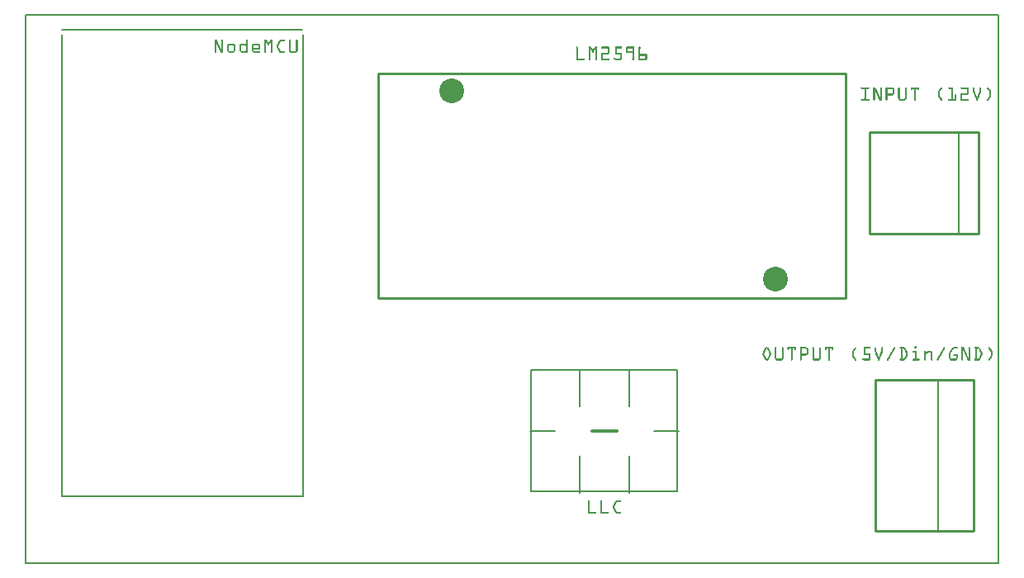
<source format=gto>
G04 MADE WITH FRITZING*
G04 WWW.FRITZING.ORG*
G04 DOUBLE SIDED*
G04 HOLES PLATED*
G04 CONTOUR ON CENTER OF CONTOUR VECTOR*
%ASAXBY*%
%FSLAX23Y23*%
%MOIN*%
%OFA0B0*%
%SFA1.0B1.0*%
%ADD10C,0.100000*%
%ADD11R,3.937010X2.222220X3.921010X2.206220*%
%ADD12C,0.008000*%
%ADD13C,0.007960*%
%ADD14C,0.010000*%
%ADD15C,0.012000*%
%ADD16C,0.005000*%
%ADD17R,0.001000X0.001000*%
%LNSILK1*%
G90*
G70*
G54D10*
X3030Y1150D03*
X1724Y1911D03*
G54D12*
X4Y2218D02*
X3933Y2218D01*
X3933Y4D01*
X4Y4D01*
X4Y2218D01*
D02*
G54D13*
X151Y2137D02*
X151Y276D01*
D02*
X1126Y276D02*
X1126Y2137D01*
D02*
X151Y276D02*
X1121Y276D01*
D02*
X151Y2157D02*
X1123Y2157D01*
G54D14*
D02*
X1427Y1076D02*
X3316Y1076D01*
D02*
X1427Y1982D02*
X3316Y1982D01*
D02*
X1427Y1076D02*
X1427Y1982D01*
D02*
X3316Y1076D02*
X3316Y1982D01*
G54D12*
D02*
X2240Y289D02*
X2240Y439D01*
D02*
X2240Y789D02*
X2240Y639D01*
D02*
X2440Y789D02*
X2440Y639D01*
D02*
X2440Y289D02*
X2440Y439D01*
D02*
X2040Y539D02*
X2140Y539D01*
G54D15*
D02*
X2290Y539D02*
X2390Y539D01*
G54D12*
D02*
X2540Y539D02*
X2640Y539D01*
G54D14*
D02*
X3410Y1744D02*
X3410Y1334D01*
D02*
X3410Y1334D02*
X3850Y1334D01*
D02*
X3850Y1334D02*
X3850Y1744D01*
D02*
X3850Y1744D02*
X3410Y1744D01*
G54D16*
D02*
X3770Y1334D02*
X3770Y1744D01*
G54D14*
D02*
X3435Y744D02*
X3435Y134D01*
D02*
X3831Y134D02*
X3831Y744D01*
D02*
X3831Y744D02*
X3435Y744D01*
G54D16*
D02*
X3689Y134D02*
X3689Y744D01*
G54D14*
D02*
X3435Y134D02*
X3831Y134D01*
G54D12*
X2044Y293D02*
X2636Y293D01*
X2636Y785D01*
X2044Y785D01*
X2044Y293D01*
D02*
G54D17*
X768Y2117D02*
X776Y2117D01*
X797Y2117D02*
X800Y2117D01*
X898Y2117D02*
X900Y2117D01*
X969Y2117D02*
X977Y2117D01*
X994Y2117D02*
X1002Y2117D01*
X1034Y2117D02*
X1051Y2117D01*
X1071Y2117D02*
X1073Y2117D01*
X1098Y2117D02*
X1101Y2117D01*
X768Y2116D02*
X777Y2116D01*
X796Y2116D02*
X801Y2116D01*
X896Y2116D02*
X901Y2116D01*
X969Y2116D02*
X977Y2116D01*
X993Y2116D02*
X1002Y2116D01*
X1032Y2116D02*
X1052Y2116D01*
X1070Y2116D02*
X1074Y2116D01*
X1097Y2116D02*
X1102Y2116D01*
X768Y2115D02*
X777Y2115D01*
X796Y2115D02*
X801Y2115D01*
X896Y2115D02*
X902Y2115D01*
X969Y2115D02*
X978Y2115D01*
X993Y2115D02*
X1002Y2115D01*
X1030Y2115D02*
X1052Y2115D01*
X1069Y2115D02*
X1075Y2115D01*
X1097Y2115D02*
X1102Y2115D01*
X768Y2114D02*
X778Y2114D01*
X795Y2114D02*
X801Y2114D01*
X896Y2114D02*
X902Y2114D01*
X969Y2114D02*
X979Y2114D01*
X992Y2114D02*
X1002Y2114D01*
X1029Y2114D02*
X1052Y2114D01*
X1069Y2114D02*
X1075Y2114D01*
X1097Y2114D02*
X1103Y2114D01*
X768Y2113D02*
X778Y2113D01*
X795Y2113D02*
X801Y2113D01*
X896Y2113D02*
X902Y2113D01*
X969Y2113D02*
X980Y2113D01*
X991Y2113D02*
X1002Y2113D01*
X1028Y2113D02*
X1052Y2113D01*
X1069Y2113D02*
X1075Y2113D01*
X1097Y2113D02*
X1103Y2113D01*
X768Y2112D02*
X778Y2112D01*
X795Y2112D02*
X801Y2112D01*
X896Y2112D02*
X902Y2112D01*
X969Y2112D02*
X980Y2112D01*
X991Y2112D02*
X1002Y2112D01*
X1028Y2112D02*
X1052Y2112D01*
X1069Y2112D02*
X1075Y2112D01*
X1097Y2112D02*
X1103Y2112D01*
X768Y2111D02*
X779Y2111D01*
X795Y2111D02*
X801Y2111D01*
X896Y2111D02*
X902Y2111D01*
X969Y2111D02*
X981Y2111D01*
X990Y2111D02*
X1002Y2111D01*
X1027Y2111D02*
X1051Y2111D01*
X1069Y2111D02*
X1075Y2111D01*
X1097Y2111D02*
X1103Y2111D01*
X768Y2110D02*
X779Y2110D01*
X795Y2110D02*
X801Y2110D01*
X896Y2110D02*
X902Y2110D01*
X969Y2110D02*
X982Y2110D01*
X989Y2110D02*
X1002Y2110D01*
X1027Y2110D02*
X1034Y2110D01*
X1069Y2110D02*
X1075Y2110D01*
X1097Y2110D02*
X1103Y2110D01*
X768Y2109D02*
X780Y2109D01*
X795Y2109D02*
X801Y2109D01*
X896Y2109D02*
X902Y2109D01*
X969Y2109D02*
X982Y2109D01*
X988Y2109D02*
X1002Y2109D01*
X1026Y2109D02*
X1033Y2109D01*
X1069Y2109D02*
X1075Y2109D01*
X1097Y2109D02*
X1103Y2109D01*
X768Y2108D02*
X780Y2108D01*
X795Y2108D02*
X801Y2108D01*
X896Y2108D02*
X902Y2108D01*
X969Y2108D02*
X983Y2108D01*
X988Y2108D02*
X1002Y2108D01*
X1026Y2108D02*
X1033Y2108D01*
X1069Y2108D02*
X1075Y2108D01*
X1097Y2108D02*
X1103Y2108D01*
X768Y2107D02*
X781Y2107D01*
X795Y2107D02*
X801Y2107D01*
X896Y2107D02*
X902Y2107D01*
X969Y2107D02*
X984Y2107D01*
X987Y2107D02*
X1002Y2107D01*
X1025Y2107D02*
X1032Y2107D01*
X1069Y2107D02*
X1075Y2107D01*
X1097Y2107D02*
X1103Y2107D01*
X768Y2106D02*
X781Y2106D01*
X795Y2106D02*
X801Y2106D01*
X896Y2106D02*
X902Y2106D01*
X969Y2106D02*
X975Y2106D01*
X977Y2106D02*
X984Y2106D01*
X986Y2106D02*
X994Y2106D01*
X996Y2106D02*
X1002Y2106D01*
X1025Y2106D02*
X1032Y2106D01*
X1069Y2106D02*
X1075Y2106D01*
X1097Y2106D02*
X1103Y2106D01*
X768Y2105D02*
X782Y2105D01*
X795Y2105D02*
X801Y2105D01*
X896Y2105D02*
X902Y2105D01*
X969Y2105D02*
X975Y2105D01*
X978Y2105D02*
X993Y2105D01*
X996Y2105D02*
X1002Y2105D01*
X1024Y2105D02*
X1031Y2105D01*
X1069Y2105D02*
X1075Y2105D01*
X1097Y2105D02*
X1103Y2105D01*
X768Y2104D02*
X782Y2104D01*
X795Y2104D02*
X801Y2104D01*
X896Y2104D02*
X902Y2104D01*
X969Y2104D02*
X975Y2104D01*
X978Y2104D02*
X993Y2104D01*
X996Y2104D02*
X1002Y2104D01*
X1024Y2104D02*
X1031Y2104D01*
X1069Y2104D02*
X1075Y2104D01*
X1097Y2104D02*
X1103Y2104D01*
X768Y2103D02*
X774Y2103D01*
X776Y2103D02*
X782Y2103D01*
X795Y2103D02*
X801Y2103D01*
X896Y2103D02*
X902Y2103D01*
X969Y2103D02*
X975Y2103D01*
X979Y2103D02*
X992Y2103D01*
X996Y2103D02*
X1002Y2103D01*
X1023Y2103D02*
X1030Y2103D01*
X1069Y2103D02*
X1075Y2103D01*
X1097Y2103D02*
X1103Y2103D01*
X768Y2102D02*
X774Y2102D01*
X776Y2102D02*
X783Y2102D01*
X795Y2102D02*
X801Y2102D01*
X827Y2102D02*
X842Y2102D01*
X877Y2102D02*
X889Y2102D01*
X896Y2102D02*
X902Y2102D01*
X927Y2102D02*
X943Y2102D01*
X969Y2102D02*
X975Y2102D01*
X980Y2102D02*
X991Y2102D01*
X996Y2102D02*
X1002Y2102D01*
X1023Y2102D02*
X1030Y2102D01*
X1069Y2102D02*
X1075Y2102D01*
X1097Y2102D02*
X1103Y2102D01*
X768Y2101D02*
X774Y2101D01*
X777Y2101D02*
X783Y2101D01*
X795Y2101D02*
X801Y2101D01*
X825Y2101D02*
X844Y2101D01*
X875Y2101D02*
X891Y2101D01*
X896Y2101D02*
X902Y2101D01*
X926Y2101D02*
X945Y2101D01*
X969Y2101D02*
X975Y2101D01*
X980Y2101D02*
X990Y2101D01*
X996Y2101D02*
X1002Y2101D01*
X1022Y2101D02*
X1029Y2101D01*
X1069Y2101D02*
X1075Y2101D01*
X1097Y2101D02*
X1103Y2101D01*
X768Y2100D02*
X774Y2100D01*
X777Y2100D02*
X784Y2100D01*
X795Y2100D02*
X801Y2100D01*
X824Y2100D02*
X846Y2100D01*
X874Y2100D02*
X892Y2100D01*
X896Y2100D02*
X902Y2100D01*
X924Y2100D02*
X946Y2100D01*
X969Y2100D02*
X975Y2100D01*
X981Y2100D02*
X990Y2100D01*
X996Y2100D02*
X1002Y2100D01*
X1022Y2100D02*
X1029Y2100D01*
X1069Y2100D02*
X1075Y2100D01*
X1097Y2100D02*
X1103Y2100D01*
X768Y2099D02*
X774Y2099D01*
X777Y2099D02*
X784Y2099D01*
X795Y2099D02*
X801Y2099D01*
X823Y2099D02*
X847Y2099D01*
X873Y2099D02*
X894Y2099D01*
X896Y2099D02*
X902Y2099D01*
X923Y2099D02*
X947Y2099D01*
X969Y2099D02*
X975Y2099D01*
X982Y2099D02*
X989Y2099D01*
X996Y2099D02*
X1002Y2099D01*
X1021Y2099D02*
X1028Y2099D01*
X1069Y2099D02*
X1075Y2099D01*
X1097Y2099D02*
X1103Y2099D01*
X768Y2098D02*
X774Y2098D01*
X778Y2098D02*
X785Y2098D01*
X795Y2098D02*
X801Y2098D01*
X822Y2098D02*
X848Y2098D01*
X872Y2098D02*
X902Y2098D01*
X922Y2098D02*
X948Y2098D01*
X969Y2098D02*
X975Y2098D01*
X982Y2098D02*
X988Y2098D01*
X996Y2098D02*
X1002Y2098D01*
X1021Y2098D02*
X1028Y2098D01*
X1069Y2098D02*
X1075Y2098D01*
X1097Y2098D02*
X1103Y2098D01*
X768Y2097D02*
X774Y2097D01*
X778Y2097D02*
X785Y2097D01*
X795Y2097D02*
X801Y2097D01*
X821Y2097D02*
X849Y2097D01*
X871Y2097D02*
X902Y2097D01*
X921Y2097D02*
X949Y2097D01*
X969Y2097D02*
X975Y2097D01*
X982Y2097D02*
X988Y2097D01*
X996Y2097D02*
X1002Y2097D01*
X1020Y2097D02*
X1027Y2097D01*
X1069Y2097D02*
X1075Y2097D01*
X1097Y2097D02*
X1103Y2097D01*
X768Y2096D02*
X774Y2096D01*
X779Y2096D02*
X785Y2096D01*
X795Y2096D02*
X801Y2096D01*
X820Y2096D02*
X850Y2096D01*
X870Y2096D02*
X902Y2096D01*
X920Y2096D02*
X950Y2096D01*
X969Y2096D02*
X975Y2096D01*
X982Y2096D02*
X988Y2096D01*
X996Y2096D02*
X1002Y2096D01*
X1020Y2096D02*
X1027Y2096D01*
X1069Y2096D02*
X1075Y2096D01*
X1097Y2096D02*
X1103Y2096D01*
X768Y2095D02*
X774Y2095D01*
X779Y2095D02*
X786Y2095D01*
X795Y2095D02*
X801Y2095D01*
X819Y2095D02*
X828Y2095D01*
X842Y2095D02*
X850Y2095D01*
X869Y2095D02*
X878Y2095D01*
X888Y2095D02*
X902Y2095D01*
X920Y2095D02*
X928Y2095D01*
X942Y2095D02*
X951Y2095D01*
X969Y2095D02*
X975Y2095D01*
X983Y2095D02*
X988Y2095D01*
X996Y2095D02*
X1002Y2095D01*
X1020Y2095D02*
X1026Y2095D01*
X1069Y2095D02*
X1075Y2095D01*
X1097Y2095D02*
X1103Y2095D01*
X768Y2094D02*
X774Y2094D01*
X780Y2094D02*
X786Y2094D01*
X795Y2094D02*
X801Y2094D01*
X819Y2094D02*
X827Y2094D01*
X843Y2094D02*
X851Y2094D01*
X869Y2094D02*
X877Y2094D01*
X890Y2094D02*
X902Y2094D01*
X919Y2094D02*
X927Y2094D01*
X944Y2094D02*
X951Y2094D01*
X969Y2094D02*
X975Y2094D01*
X983Y2094D02*
X987Y2094D01*
X996Y2094D02*
X1002Y2094D01*
X1019Y2094D02*
X1026Y2094D01*
X1069Y2094D02*
X1075Y2094D01*
X1097Y2094D02*
X1103Y2094D01*
X768Y2093D02*
X774Y2093D01*
X780Y2093D02*
X787Y2093D01*
X795Y2093D02*
X801Y2093D01*
X818Y2093D02*
X825Y2093D01*
X844Y2093D02*
X851Y2093D01*
X869Y2093D02*
X876Y2093D01*
X891Y2093D02*
X902Y2093D01*
X919Y2093D02*
X926Y2093D01*
X945Y2093D02*
X952Y2093D01*
X969Y2093D02*
X975Y2093D01*
X985Y2093D02*
X986Y2093D01*
X996Y2093D02*
X1002Y2093D01*
X1019Y2093D02*
X1025Y2093D01*
X1069Y2093D02*
X1075Y2093D01*
X1097Y2093D02*
X1103Y2093D01*
X768Y2092D02*
X774Y2092D01*
X781Y2092D02*
X787Y2092D01*
X795Y2092D02*
X801Y2092D01*
X818Y2092D02*
X825Y2092D01*
X845Y2092D02*
X851Y2092D01*
X868Y2092D02*
X875Y2092D01*
X892Y2092D02*
X902Y2092D01*
X919Y2092D02*
X925Y2092D01*
X945Y2092D02*
X952Y2092D01*
X969Y2092D02*
X975Y2092D01*
X996Y2092D02*
X1002Y2092D01*
X1019Y2092D02*
X1025Y2092D01*
X1069Y2092D02*
X1075Y2092D01*
X1097Y2092D02*
X1103Y2092D01*
X768Y2091D02*
X774Y2091D01*
X781Y2091D02*
X788Y2091D01*
X795Y2091D02*
X801Y2091D01*
X818Y2091D02*
X824Y2091D01*
X845Y2091D02*
X852Y2091D01*
X868Y2091D02*
X874Y2091D01*
X893Y2091D02*
X902Y2091D01*
X919Y2091D02*
X925Y2091D01*
X946Y2091D02*
X952Y2091D01*
X969Y2091D02*
X975Y2091D01*
X996Y2091D02*
X1002Y2091D01*
X1019Y2091D02*
X1025Y2091D01*
X1069Y2091D02*
X1075Y2091D01*
X1097Y2091D02*
X1103Y2091D01*
X768Y2090D02*
X774Y2090D01*
X781Y2090D02*
X788Y2090D01*
X795Y2090D02*
X801Y2090D01*
X818Y2090D02*
X824Y2090D01*
X846Y2090D02*
X852Y2090D01*
X868Y2090D02*
X874Y2090D01*
X894Y2090D02*
X902Y2090D01*
X918Y2090D02*
X924Y2090D01*
X946Y2090D02*
X952Y2090D01*
X969Y2090D02*
X975Y2090D01*
X996Y2090D02*
X1002Y2090D01*
X1019Y2090D02*
X1025Y2090D01*
X1069Y2090D02*
X1075Y2090D01*
X1097Y2090D02*
X1103Y2090D01*
X768Y2089D02*
X774Y2089D01*
X782Y2089D02*
X789Y2089D01*
X795Y2089D02*
X801Y2089D01*
X818Y2089D02*
X824Y2089D01*
X846Y2089D02*
X852Y2089D01*
X868Y2089D02*
X874Y2089D01*
X895Y2089D02*
X902Y2089D01*
X918Y2089D02*
X924Y2089D01*
X946Y2089D02*
X952Y2089D01*
X969Y2089D02*
X975Y2089D01*
X996Y2089D02*
X1002Y2089D01*
X1019Y2089D02*
X1025Y2089D01*
X1069Y2089D02*
X1075Y2089D01*
X1097Y2089D02*
X1103Y2089D01*
X2230Y2089D02*
X2232Y2089D01*
X2278Y2089D02*
X2286Y2089D01*
X2304Y2089D02*
X2312Y2089D01*
X2331Y2089D02*
X2357Y2089D01*
X2386Y2089D02*
X2410Y2089D01*
X2431Y2089D02*
X2460Y2089D01*
X2481Y2089D02*
X2486Y2089D01*
X768Y2088D02*
X774Y2088D01*
X782Y2088D02*
X789Y2088D01*
X795Y2088D02*
X801Y2088D01*
X818Y2088D02*
X824Y2088D01*
X846Y2088D02*
X852Y2088D01*
X868Y2088D02*
X874Y2088D01*
X896Y2088D02*
X902Y2088D01*
X918Y2088D02*
X924Y2088D01*
X946Y2088D02*
X952Y2088D01*
X969Y2088D02*
X975Y2088D01*
X996Y2088D02*
X1002Y2088D01*
X1019Y2088D02*
X1025Y2088D01*
X1069Y2088D02*
X1075Y2088D01*
X1097Y2088D02*
X1103Y2088D01*
X2229Y2088D02*
X2233Y2088D01*
X2278Y2088D02*
X2287Y2088D01*
X2303Y2088D02*
X2312Y2088D01*
X2329Y2088D02*
X2359Y2088D01*
X2385Y2088D02*
X2411Y2088D01*
X2430Y2088D02*
X2461Y2088D01*
X2480Y2088D02*
X2487Y2088D01*
X768Y2087D02*
X774Y2087D01*
X783Y2087D02*
X789Y2087D01*
X795Y2087D02*
X801Y2087D01*
X818Y2087D02*
X824Y2087D01*
X846Y2087D02*
X852Y2087D01*
X868Y2087D02*
X874Y2087D01*
X896Y2087D02*
X902Y2087D01*
X918Y2087D02*
X924Y2087D01*
X946Y2087D02*
X952Y2087D01*
X969Y2087D02*
X975Y2087D01*
X996Y2087D02*
X1002Y2087D01*
X1019Y2087D02*
X1026Y2087D01*
X1069Y2087D02*
X1075Y2087D01*
X1097Y2087D02*
X1103Y2087D01*
X2228Y2087D02*
X2234Y2087D01*
X2278Y2087D02*
X2287Y2087D01*
X2302Y2087D02*
X2312Y2087D01*
X2329Y2087D02*
X2360Y2087D01*
X2385Y2087D02*
X2412Y2087D01*
X2429Y2087D02*
X2462Y2087D01*
X2479Y2087D02*
X2488Y2087D01*
X768Y2086D02*
X774Y2086D01*
X783Y2086D02*
X790Y2086D01*
X795Y2086D02*
X801Y2086D01*
X818Y2086D02*
X824Y2086D01*
X846Y2086D02*
X852Y2086D01*
X868Y2086D02*
X874Y2086D01*
X896Y2086D02*
X902Y2086D01*
X918Y2086D02*
X924Y2086D01*
X946Y2086D02*
X952Y2086D01*
X969Y2086D02*
X975Y2086D01*
X996Y2086D02*
X1002Y2086D01*
X1020Y2086D02*
X1026Y2086D01*
X1069Y2086D02*
X1075Y2086D01*
X1097Y2086D02*
X1103Y2086D01*
X2228Y2086D02*
X2234Y2086D01*
X2278Y2086D02*
X2288Y2086D01*
X2302Y2086D02*
X2312Y2086D01*
X2328Y2086D02*
X2361Y2086D01*
X2385Y2086D02*
X2412Y2086D01*
X2429Y2086D02*
X2462Y2086D01*
X2479Y2086D02*
X2488Y2086D01*
X768Y2085D02*
X774Y2085D01*
X784Y2085D02*
X790Y2085D01*
X795Y2085D02*
X801Y2085D01*
X818Y2085D02*
X824Y2085D01*
X846Y2085D02*
X852Y2085D01*
X868Y2085D02*
X874Y2085D01*
X896Y2085D02*
X902Y2085D01*
X918Y2085D02*
X952Y2085D01*
X969Y2085D02*
X975Y2085D01*
X996Y2085D02*
X1002Y2085D01*
X1020Y2085D02*
X1026Y2085D01*
X1069Y2085D02*
X1075Y2085D01*
X1097Y2085D02*
X1103Y2085D01*
X2228Y2085D02*
X2234Y2085D01*
X2278Y2085D02*
X2289Y2085D01*
X2301Y2085D02*
X2312Y2085D01*
X2328Y2085D02*
X2361Y2085D01*
X2385Y2085D02*
X2412Y2085D01*
X2429Y2085D02*
X2462Y2085D01*
X2479Y2085D02*
X2488Y2085D01*
X768Y2084D02*
X774Y2084D01*
X784Y2084D02*
X791Y2084D01*
X795Y2084D02*
X801Y2084D01*
X818Y2084D02*
X824Y2084D01*
X846Y2084D02*
X852Y2084D01*
X868Y2084D02*
X874Y2084D01*
X896Y2084D02*
X902Y2084D01*
X918Y2084D02*
X952Y2084D01*
X969Y2084D02*
X975Y2084D01*
X996Y2084D02*
X1002Y2084D01*
X1020Y2084D02*
X1027Y2084D01*
X1069Y2084D02*
X1075Y2084D01*
X1097Y2084D02*
X1103Y2084D01*
X2228Y2084D02*
X2234Y2084D01*
X2278Y2084D02*
X2290Y2084D01*
X2300Y2084D02*
X2312Y2084D01*
X2329Y2084D02*
X2362Y2084D01*
X2385Y2084D02*
X2412Y2084D01*
X2429Y2084D02*
X2462Y2084D01*
X2479Y2084D02*
X2488Y2084D01*
X768Y2083D02*
X774Y2083D01*
X784Y2083D02*
X791Y2083D01*
X795Y2083D02*
X801Y2083D01*
X818Y2083D02*
X824Y2083D01*
X846Y2083D02*
X852Y2083D01*
X868Y2083D02*
X874Y2083D01*
X896Y2083D02*
X902Y2083D01*
X918Y2083D02*
X952Y2083D01*
X969Y2083D02*
X975Y2083D01*
X996Y2083D02*
X1002Y2083D01*
X1021Y2083D02*
X1027Y2083D01*
X1069Y2083D02*
X1075Y2083D01*
X1097Y2083D02*
X1103Y2083D01*
X2228Y2083D02*
X2234Y2083D01*
X2278Y2083D02*
X2290Y2083D01*
X2300Y2083D02*
X2312Y2083D01*
X2330Y2083D02*
X2362Y2083D01*
X2385Y2083D02*
X2411Y2083D01*
X2429Y2083D02*
X2462Y2083D01*
X2479Y2083D02*
X2487Y2083D01*
X768Y2082D02*
X774Y2082D01*
X785Y2082D02*
X792Y2082D01*
X795Y2082D02*
X801Y2082D01*
X818Y2082D02*
X824Y2082D01*
X846Y2082D02*
X852Y2082D01*
X868Y2082D02*
X874Y2082D01*
X896Y2082D02*
X902Y2082D01*
X918Y2082D02*
X952Y2082D01*
X969Y2082D02*
X975Y2082D01*
X996Y2082D02*
X1002Y2082D01*
X1021Y2082D02*
X1028Y2082D01*
X1069Y2082D02*
X1075Y2082D01*
X1097Y2082D02*
X1103Y2082D01*
X2228Y2082D02*
X2234Y2082D01*
X2278Y2082D02*
X2291Y2082D01*
X2299Y2082D02*
X2312Y2082D01*
X2356Y2082D02*
X2362Y2082D01*
X2385Y2082D02*
X2392Y2082D01*
X2429Y2082D02*
X2435Y2082D01*
X2456Y2082D02*
X2462Y2082D01*
X2479Y2082D02*
X2485Y2082D01*
X768Y2081D02*
X774Y2081D01*
X785Y2081D02*
X792Y2081D01*
X795Y2081D02*
X801Y2081D01*
X818Y2081D02*
X824Y2081D01*
X846Y2081D02*
X852Y2081D01*
X868Y2081D02*
X874Y2081D01*
X896Y2081D02*
X902Y2081D01*
X918Y2081D02*
X952Y2081D01*
X969Y2081D02*
X975Y2081D01*
X996Y2081D02*
X1002Y2081D01*
X1022Y2081D02*
X1029Y2081D01*
X1069Y2081D02*
X1075Y2081D01*
X1097Y2081D02*
X1103Y2081D01*
X2228Y2081D02*
X2234Y2081D01*
X2278Y2081D02*
X2292Y2081D01*
X2298Y2081D02*
X2312Y2081D01*
X2356Y2081D02*
X2362Y2081D01*
X2385Y2081D02*
X2391Y2081D01*
X2429Y2081D02*
X2435Y2081D01*
X2456Y2081D02*
X2462Y2081D01*
X2479Y2081D02*
X2485Y2081D01*
X768Y2080D02*
X774Y2080D01*
X786Y2080D02*
X792Y2080D01*
X795Y2080D02*
X801Y2080D01*
X818Y2080D02*
X824Y2080D01*
X846Y2080D02*
X852Y2080D01*
X868Y2080D02*
X874Y2080D01*
X896Y2080D02*
X902Y2080D01*
X918Y2080D02*
X952Y2080D01*
X969Y2080D02*
X975Y2080D01*
X996Y2080D02*
X1002Y2080D01*
X1022Y2080D02*
X1029Y2080D01*
X1069Y2080D02*
X1075Y2080D01*
X1097Y2080D02*
X1103Y2080D01*
X2228Y2080D02*
X2234Y2080D01*
X2278Y2080D02*
X2292Y2080D01*
X2297Y2080D02*
X2312Y2080D01*
X2356Y2080D02*
X2362Y2080D01*
X2385Y2080D02*
X2391Y2080D01*
X2429Y2080D02*
X2435Y2080D01*
X2456Y2080D02*
X2462Y2080D01*
X2479Y2080D02*
X2485Y2080D01*
X768Y2079D02*
X774Y2079D01*
X786Y2079D02*
X793Y2079D01*
X795Y2079D02*
X801Y2079D01*
X818Y2079D02*
X824Y2079D01*
X846Y2079D02*
X852Y2079D01*
X868Y2079D02*
X874Y2079D01*
X896Y2079D02*
X902Y2079D01*
X918Y2079D02*
X951Y2079D01*
X969Y2079D02*
X975Y2079D01*
X996Y2079D02*
X1002Y2079D01*
X1023Y2079D02*
X1030Y2079D01*
X1069Y2079D02*
X1075Y2079D01*
X1097Y2079D02*
X1103Y2079D01*
X2228Y2079D02*
X2234Y2079D01*
X2278Y2079D02*
X2293Y2079D01*
X2297Y2079D02*
X2312Y2079D01*
X2356Y2079D02*
X2362Y2079D01*
X2385Y2079D02*
X2391Y2079D01*
X2429Y2079D02*
X2435Y2079D01*
X2456Y2079D02*
X2462Y2079D01*
X2479Y2079D02*
X2485Y2079D01*
X768Y2078D02*
X774Y2078D01*
X787Y2078D02*
X793Y2078D01*
X795Y2078D02*
X801Y2078D01*
X818Y2078D02*
X824Y2078D01*
X846Y2078D02*
X852Y2078D01*
X868Y2078D02*
X874Y2078D01*
X896Y2078D02*
X902Y2078D01*
X918Y2078D02*
X925Y2078D01*
X969Y2078D02*
X975Y2078D01*
X996Y2078D02*
X1002Y2078D01*
X1023Y2078D02*
X1030Y2078D01*
X1069Y2078D02*
X1075Y2078D01*
X1097Y2078D02*
X1103Y2078D01*
X2228Y2078D02*
X2234Y2078D01*
X2278Y2078D02*
X2284Y2078D01*
X2286Y2078D02*
X2294Y2078D01*
X2296Y2078D02*
X2304Y2078D01*
X2306Y2078D02*
X2312Y2078D01*
X2356Y2078D02*
X2362Y2078D01*
X2385Y2078D02*
X2391Y2078D01*
X2429Y2078D02*
X2435Y2078D01*
X2456Y2078D02*
X2462Y2078D01*
X2479Y2078D02*
X2485Y2078D01*
X768Y2077D02*
X774Y2077D01*
X787Y2077D02*
X801Y2077D01*
X818Y2077D02*
X824Y2077D01*
X846Y2077D02*
X852Y2077D01*
X868Y2077D02*
X874Y2077D01*
X895Y2077D02*
X902Y2077D01*
X918Y2077D02*
X924Y2077D01*
X969Y2077D02*
X975Y2077D01*
X996Y2077D02*
X1002Y2077D01*
X1024Y2077D02*
X1031Y2077D01*
X1069Y2077D02*
X1075Y2077D01*
X1097Y2077D02*
X1103Y2077D01*
X2228Y2077D02*
X2234Y2077D01*
X2278Y2077D02*
X2284Y2077D01*
X2287Y2077D02*
X2303Y2077D01*
X2306Y2077D02*
X2312Y2077D01*
X2356Y2077D02*
X2362Y2077D01*
X2385Y2077D02*
X2391Y2077D01*
X2429Y2077D02*
X2435Y2077D01*
X2456Y2077D02*
X2462Y2077D01*
X2479Y2077D02*
X2485Y2077D01*
X768Y2076D02*
X774Y2076D01*
X788Y2076D02*
X801Y2076D01*
X818Y2076D02*
X824Y2076D01*
X846Y2076D02*
X852Y2076D01*
X868Y2076D02*
X874Y2076D01*
X894Y2076D02*
X902Y2076D01*
X918Y2076D02*
X924Y2076D01*
X969Y2076D02*
X975Y2076D01*
X996Y2076D02*
X1002Y2076D01*
X1024Y2076D02*
X1031Y2076D01*
X1069Y2076D02*
X1075Y2076D01*
X1097Y2076D02*
X1103Y2076D01*
X2228Y2076D02*
X2234Y2076D01*
X2278Y2076D02*
X2284Y2076D01*
X2288Y2076D02*
X2302Y2076D01*
X2306Y2076D02*
X2312Y2076D01*
X2356Y2076D02*
X2362Y2076D01*
X2385Y2076D02*
X2391Y2076D01*
X2429Y2076D02*
X2435Y2076D01*
X2456Y2076D02*
X2462Y2076D01*
X2479Y2076D02*
X2485Y2076D01*
X768Y2075D02*
X774Y2075D01*
X788Y2075D02*
X801Y2075D01*
X818Y2075D02*
X824Y2075D01*
X845Y2075D02*
X852Y2075D01*
X868Y2075D02*
X874Y2075D01*
X893Y2075D02*
X902Y2075D01*
X919Y2075D02*
X925Y2075D01*
X969Y2075D02*
X975Y2075D01*
X996Y2075D02*
X1002Y2075D01*
X1025Y2075D02*
X1032Y2075D01*
X1069Y2075D02*
X1075Y2075D01*
X1097Y2075D02*
X1103Y2075D01*
X2228Y2075D02*
X2234Y2075D01*
X2278Y2075D02*
X2284Y2075D01*
X2288Y2075D02*
X2301Y2075D01*
X2306Y2075D02*
X2312Y2075D01*
X2356Y2075D02*
X2362Y2075D01*
X2385Y2075D02*
X2391Y2075D01*
X2429Y2075D02*
X2435Y2075D01*
X2456Y2075D02*
X2462Y2075D01*
X2479Y2075D02*
X2485Y2075D01*
X768Y2074D02*
X774Y2074D01*
X788Y2074D02*
X801Y2074D01*
X818Y2074D02*
X825Y2074D01*
X845Y2074D02*
X851Y2074D01*
X868Y2074D02*
X875Y2074D01*
X892Y2074D02*
X902Y2074D01*
X919Y2074D02*
X925Y2074D01*
X969Y2074D02*
X975Y2074D01*
X996Y2074D02*
X1002Y2074D01*
X1025Y2074D02*
X1032Y2074D01*
X1069Y2074D02*
X1075Y2074D01*
X1097Y2074D02*
X1103Y2074D01*
X2228Y2074D02*
X2234Y2074D01*
X2278Y2074D02*
X2284Y2074D01*
X2289Y2074D02*
X2301Y2074D01*
X2306Y2074D02*
X2312Y2074D01*
X2356Y2074D02*
X2362Y2074D01*
X2385Y2074D02*
X2391Y2074D01*
X2429Y2074D02*
X2435Y2074D01*
X2456Y2074D02*
X2462Y2074D01*
X2479Y2074D02*
X2485Y2074D01*
X768Y2073D02*
X774Y2073D01*
X789Y2073D02*
X801Y2073D01*
X818Y2073D02*
X826Y2073D01*
X844Y2073D02*
X851Y2073D01*
X869Y2073D02*
X876Y2073D01*
X891Y2073D02*
X902Y2073D01*
X919Y2073D02*
X926Y2073D01*
X969Y2073D02*
X975Y2073D01*
X996Y2073D02*
X1002Y2073D01*
X1026Y2073D02*
X1033Y2073D01*
X1069Y2073D02*
X1075Y2073D01*
X1096Y2073D02*
X1103Y2073D01*
X2228Y2073D02*
X2234Y2073D01*
X2278Y2073D02*
X2284Y2073D01*
X2290Y2073D02*
X2300Y2073D01*
X2306Y2073D02*
X2312Y2073D01*
X2356Y2073D02*
X2362Y2073D01*
X2385Y2073D02*
X2391Y2073D01*
X2429Y2073D02*
X2435Y2073D01*
X2456Y2073D02*
X2462Y2073D01*
X2479Y2073D02*
X2485Y2073D01*
X768Y2072D02*
X774Y2072D01*
X789Y2072D02*
X801Y2072D01*
X819Y2072D02*
X827Y2072D01*
X843Y2072D02*
X851Y2072D01*
X869Y2072D02*
X877Y2072D01*
X890Y2072D02*
X902Y2072D01*
X919Y2072D02*
X927Y2072D01*
X969Y2072D02*
X975Y2072D01*
X996Y2072D02*
X1002Y2072D01*
X1026Y2072D02*
X1033Y2072D01*
X1069Y2072D02*
X1076Y2072D01*
X1096Y2072D02*
X1102Y2072D01*
X2228Y2072D02*
X2234Y2072D01*
X2278Y2072D02*
X2284Y2072D01*
X2290Y2072D02*
X2299Y2072D01*
X2306Y2072D02*
X2312Y2072D01*
X2356Y2072D02*
X2362Y2072D01*
X2385Y2072D02*
X2391Y2072D01*
X2429Y2072D02*
X2435Y2072D01*
X2456Y2072D02*
X2462Y2072D01*
X2479Y2072D02*
X2485Y2072D01*
X768Y2071D02*
X774Y2071D01*
X790Y2071D02*
X801Y2071D01*
X819Y2071D02*
X828Y2071D01*
X842Y2071D02*
X850Y2071D01*
X869Y2071D02*
X878Y2071D01*
X888Y2071D02*
X902Y2071D01*
X920Y2071D02*
X928Y2071D01*
X969Y2071D02*
X975Y2071D01*
X996Y2071D02*
X1002Y2071D01*
X1027Y2071D02*
X1034Y2071D01*
X1069Y2071D02*
X1077Y2071D01*
X1095Y2071D02*
X1102Y2071D01*
X2228Y2071D02*
X2234Y2071D01*
X2278Y2071D02*
X2284Y2071D01*
X2291Y2071D02*
X2299Y2071D01*
X2306Y2071D02*
X2312Y2071D01*
X2356Y2071D02*
X2362Y2071D01*
X2385Y2071D02*
X2391Y2071D01*
X2429Y2071D02*
X2462Y2071D01*
X2479Y2071D02*
X2485Y2071D01*
X768Y2070D02*
X774Y2070D01*
X790Y2070D02*
X801Y2070D01*
X820Y2070D02*
X850Y2070D01*
X870Y2070D02*
X902Y2070D01*
X920Y2070D02*
X950Y2070D01*
X969Y2070D02*
X975Y2070D01*
X996Y2070D02*
X1002Y2070D01*
X1027Y2070D02*
X1050Y2070D01*
X1070Y2070D02*
X1102Y2070D01*
X2228Y2070D02*
X2234Y2070D01*
X2278Y2070D02*
X2284Y2070D01*
X2292Y2070D02*
X2298Y2070D01*
X2306Y2070D02*
X2312Y2070D01*
X2356Y2070D02*
X2362Y2070D01*
X2385Y2070D02*
X2391Y2070D01*
X2429Y2070D02*
X2462Y2070D01*
X2479Y2070D02*
X2485Y2070D01*
X768Y2069D02*
X774Y2069D01*
X791Y2069D02*
X801Y2069D01*
X821Y2069D02*
X849Y2069D01*
X871Y2069D02*
X902Y2069D01*
X921Y2069D02*
X951Y2069D01*
X969Y2069D02*
X975Y2069D01*
X996Y2069D02*
X1002Y2069D01*
X1028Y2069D02*
X1052Y2069D01*
X1070Y2069D02*
X1101Y2069D01*
X2228Y2069D02*
X2234Y2069D01*
X2278Y2069D02*
X2284Y2069D01*
X2292Y2069D02*
X2298Y2069D01*
X2306Y2069D02*
X2312Y2069D01*
X2356Y2069D02*
X2362Y2069D01*
X2385Y2069D02*
X2391Y2069D01*
X2429Y2069D02*
X2462Y2069D01*
X2479Y2069D02*
X2485Y2069D01*
X768Y2068D02*
X774Y2068D01*
X791Y2068D02*
X801Y2068D01*
X822Y2068D02*
X848Y2068D01*
X872Y2068D02*
X902Y2068D01*
X922Y2068D02*
X952Y2068D01*
X969Y2068D02*
X975Y2068D01*
X996Y2068D02*
X1002Y2068D01*
X1028Y2068D02*
X1052Y2068D01*
X1071Y2068D02*
X1101Y2068D01*
X2228Y2068D02*
X2234Y2068D01*
X2278Y2068D02*
X2284Y2068D01*
X2292Y2068D02*
X2298Y2068D01*
X2306Y2068D02*
X2312Y2068D01*
X2356Y2068D02*
X2362Y2068D01*
X2385Y2068D02*
X2391Y2068D01*
X2429Y2068D02*
X2462Y2068D01*
X2479Y2068D02*
X2485Y2068D01*
X768Y2067D02*
X774Y2067D01*
X791Y2067D02*
X801Y2067D01*
X823Y2067D02*
X847Y2067D01*
X873Y2067D02*
X894Y2067D01*
X896Y2067D02*
X902Y2067D01*
X923Y2067D02*
X952Y2067D01*
X969Y2067D02*
X975Y2067D01*
X996Y2067D02*
X1002Y2067D01*
X1029Y2067D02*
X1052Y2067D01*
X1072Y2067D02*
X1100Y2067D01*
X2228Y2067D02*
X2234Y2067D01*
X2278Y2067D02*
X2284Y2067D01*
X2292Y2067D02*
X2298Y2067D01*
X2306Y2067D02*
X2312Y2067D01*
X2356Y2067D02*
X2362Y2067D01*
X2385Y2067D02*
X2391Y2067D01*
X2429Y2067D02*
X2462Y2067D01*
X2479Y2067D02*
X2485Y2067D01*
X768Y2066D02*
X774Y2066D01*
X792Y2066D02*
X801Y2066D01*
X824Y2066D02*
X846Y2066D01*
X874Y2066D02*
X893Y2066D01*
X896Y2066D02*
X902Y2066D01*
X924Y2066D02*
X952Y2066D01*
X969Y2066D02*
X974Y2066D01*
X996Y2066D02*
X1002Y2066D01*
X1030Y2066D02*
X1052Y2066D01*
X1073Y2066D02*
X1099Y2066D01*
X2228Y2066D02*
X2234Y2066D01*
X2278Y2066D02*
X2284Y2066D01*
X2293Y2066D02*
X2297Y2066D01*
X2306Y2066D02*
X2312Y2066D01*
X2356Y2066D02*
X2362Y2066D01*
X2385Y2066D02*
X2392Y2066D01*
X2429Y2066D02*
X2462Y2066D01*
X2479Y2066D02*
X2485Y2066D01*
X768Y2065D02*
X773Y2065D01*
X792Y2065D02*
X801Y2065D01*
X825Y2065D02*
X844Y2065D01*
X875Y2065D02*
X891Y2065D01*
X896Y2065D02*
X901Y2065D01*
X926Y2065D02*
X951Y2065D01*
X969Y2065D02*
X974Y2065D01*
X997Y2065D02*
X1002Y2065D01*
X1031Y2065D02*
X1052Y2065D01*
X1074Y2065D02*
X1098Y2065D01*
X2228Y2065D02*
X2234Y2065D01*
X2278Y2065D02*
X2284Y2065D01*
X2294Y2065D02*
X2296Y2065D01*
X2306Y2065D02*
X2312Y2065D01*
X2332Y2065D02*
X2362Y2065D01*
X2385Y2065D02*
X2408Y2065D01*
X2431Y2065D02*
X2462Y2065D01*
X2479Y2065D02*
X2485Y2065D01*
X769Y2064D02*
X772Y2064D01*
X793Y2064D02*
X801Y2064D01*
X827Y2064D02*
X842Y2064D01*
X877Y2064D02*
X889Y2064D01*
X897Y2064D02*
X900Y2064D01*
X928Y2064D02*
X950Y2064D01*
X970Y2064D02*
X973Y2064D01*
X998Y2064D02*
X1001Y2064D01*
X1034Y2064D02*
X1051Y2064D01*
X1076Y2064D02*
X1096Y2064D01*
X2228Y2064D02*
X2234Y2064D01*
X2278Y2064D02*
X2284Y2064D01*
X2306Y2064D02*
X2312Y2064D01*
X2331Y2064D02*
X2362Y2064D01*
X2385Y2064D02*
X2409Y2064D01*
X2456Y2064D02*
X2462Y2064D01*
X2479Y2064D02*
X2485Y2064D01*
X2228Y2063D02*
X2234Y2063D01*
X2278Y2063D02*
X2284Y2063D01*
X2306Y2063D02*
X2312Y2063D01*
X2330Y2063D02*
X2361Y2063D01*
X2385Y2063D02*
X2410Y2063D01*
X2456Y2063D02*
X2462Y2063D01*
X2479Y2063D02*
X2485Y2063D01*
X2228Y2062D02*
X2234Y2062D01*
X2278Y2062D02*
X2284Y2062D01*
X2306Y2062D02*
X2312Y2062D01*
X2329Y2062D02*
X2361Y2062D01*
X2385Y2062D02*
X2411Y2062D01*
X2456Y2062D02*
X2462Y2062D01*
X2479Y2062D02*
X2485Y2062D01*
X2228Y2061D02*
X2234Y2061D01*
X2278Y2061D02*
X2284Y2061D01*
X2306Y2061D02*
X2312Y2061D01*
X2329Y2061D02*
X2360Y2061D01*
X2385Y2061D02*
X2412Y2061D01*
X2456Y2061D02*
X2462Y2061D01*
X2479Y2061D02*
X2485Y2061D01*
X2228Y2060D02*
X2234Y2060D01*
X2278Y2060D02*
X2284Y2060D01*
X2306Y2060D02*
X2312Y2060D01*
X2328Y2060D02*
X2359Y2060D01*
X2385Y2060D02*
X2412Y2060D01*
X2456Y2060D02*
X2462Y2060D01*
X2479Y2060D02*
X2485Y2060D01*
X2228Y2059D02*
X2234Y2059D01*
X2278Y2059D02*
X2284Y2059D01*
X2306Y2059D02*
X2312Y2059D01*
X2328Y2059D02*
X2357Y2059D01*
X2386Y2059D02*
X2412Y2059D01*
X2456Y2059D02*
X2462Y2059D01*
X2479Y2059D02*
X2511Y2059D01*
X2228Y2058D02*
X2234Y2058D01*
X2278Y2058D02*
X2284Y2058D01*
X2306Y2058D02*
X2312Y2058D01*
X2328Y2058D02*
X2334Y2058D01*
X2406Y2058D02*
X2412Y2058D01*
X2456Y2058D02*
X2462Y2058D01*
X2479Y2058D02*
X2512Y2058D01*
X2228Y2057D02*
X2234Y2057D01*
X2278Y2057D02*
X2284Y2057D01*
X2306Y2057D02*
X2312Y2057D01*
X2328Y2057D02*
X2334Y2057D01*
X2406Y2057D02*
X2412Y2057D01*
X2456Y2057D02*
X2462Y2057D01*
X2479Y2057D02*
X2512Y2057D01*
X2228Y2056D02*
X2234Y2056D01*
X2278Y2056D02*
X2284Y2056D01*
X2306Y2056D02*
X2312Y2056D01*
X2328Y2056D02*
X2334Y2056D01*
X2406Y2056D02*
X2412Y2056D01*
X2456Y2056D02*
X2462Y2056D01*
X2479Y2056D02*
X2513Y2056D01*
X2228Y2055D02*
X2234Y2055D01*
X2278Y2055D02*
X2284Y2055D01*
X2306Y2055D02*
X2312Y2055D01*
X2328Y2055D02*
X2334Y2055D01*
X2406Y2055D02*
X2412Y2055D01*
X2456Y2055D02*
X2462Y2055D01*
X2479Y2055D02*
X2513Y2055D01*
X2228Y2054D02*
X2234Y2054D01*
X2278Y2054D02*
X2284Y2054D01*
X2306Y2054D02*
X2312Y2054D01*
X2328Y2054D02*
X2334Y2054D01*
X2406Y2054D02*
X2412Y2054D01*
X2456Y2054D02*
X2462Y2054D01*
X2479Y2054D02*
X2513Y2054D01*
X2228Y2053D02*
X2234Y2053D01*
X2278Y2053D02*
X2284Y2053D01*
X2306Y2053D02*
X2312Y2053D01*
X2328Y2053D02*
X2334Y2053D01*
X2406Y2053D02*
X2412Y2053D01*
X2456Y2053D02*
X2462Y2053D01*
X2479Y2053D02*
X2513Y2053D01*
X2228Y2052D02*
X2234Y2052D01*
X2278Y2052D02*
X2284Y2052D01*
X2306Y2052D02*
X2312Y2052D01*
X2328Y2052D02*
X2334Y2052D01*
X2406Y2052D02*
X2412Y2052D01*
X2456Y2052D02*
X2462Y2052D01*
X2479Y2052D02*
X2485Y2052D01*
X2507Y2052D02*
X2513Y2052D01*
X2228Y2051D02*
X2234Y2051D01*
X2278Y2051D02*
X2284Y2051D01*
X2306Y2051D02*
X2312Y2051D01*
X2328Y2051D02*
X2334Y2051D01*
X2406Y2051D02*
X2412Y2051D01*
X2456Y2051D02*
X2462Y2051D01*
X2479Y2051D02*
X2485Y2051D01*
X2507Y2051D02*
X2513Y2051D01*
X2228Y2050D02*
X2234Y2050D01*
X2278Y2050D02*
X2284Y2050D01*
X2306Y2050D02*
X2312Y2050D01*
X2328Y2050D02*
X2334Y2050D01*
X2406Y2050D02*
X2412Y2050D01*
X2456Y2050D02*
X2462Y2050D01*
X2479Y2050D02*
X2485Y2050D01*
X2507Y2050D02*
X2513Y2050D01*
X2228Y2049D02*
X2234Y2049D01*
X2278Y2049D02*
X2284Y2049D01*
X2306Y2049D02*
X2312Y2049D01*
X2328Y2049D02*
X2334Y2049D01*
X2406Y2049D02*
X2412Y2049D01*
X2456Y2049D02*
X2462Y2049D01*
X2479Y2049D02*
X2485Y2049D01*
X2507Y2049D02*
X2513Y2049D01*
X2228Y2048D02*
X2234Y2048D01*
X2278Y2048D02*
X2284Y2048D01*
X2306Y2048D02*
X2312Y2048D01*
X2328Y2048D02*
X2334Y2048D01*
X2406Y2048D02*
X2412Y2048D01*
X2456Y2048D02*
X2462Y2048D01*
X2479Y2048D02*
X2485Y2048D01*
X2507Y2048D02*
X2513Y2048D01*
X2228Y2047D02*
X2234Y2047D01*
X2278Y2047D02*
X2284Y2047D01*
X2306Y2047D02*
X2312Y2047D01*
X2328Y2047D02*
X2334Y2047D01*
X2406Y2047D02*
X2412Y2047D01*
X2456Y2047D02*
X2462Y2047D01*
X2479Y2047D02*
X2485Y2047D01*
X2507Y2047D02*
X2513Y2047D01*
X2228Y2046D02*
X2234Y2046D01*
X2278Y2046D02*
X2284Y2046D01*
X2306Y2046D02*
X2312Y2046D01*
X2328Y2046D02*
X2334Y2046D01*
X2406Y2046D02*
X2412Y2046D01*
X2456Y2046D02*
X2462Y2046D01*
X2479Y2046D02*
X2485Y2046D01*
X2507Y2046D02*
X2513Y2046D01*
X2228Y2045D02*
X2234Y2045D01*
X2278Y2045D02*
X2284Y2045D01*
X2306Y2045D02*
X2312Y2045D01*
X2328Y2045D02*
X2334Y2045D01*
X2406Y2045D02*
X2412Y2045D01*
X2456Y2045D02*
X2462Y2045D01*
X2479Y2045D02*
X2485Y2045D01*
X2507Y2045D02*
X2513Y2045D01*
X2228Y2044D02*
X2234Y2044D01*
X2278Y2044D02*
X2284Y2044D01*
X2306Y2044D02*
X2312Y2044D01*
X2328Y2044D02*
X2334Y2044D01*
X2380Y2044D02*
X2384Y2044D01*
X2406Y2044D02*
X2412Y2044D01*
X2456Y2044D02*
X2462Y2044D01*
X2479Y2044D02*
X2485Y2044D01*
X2507Y2044D02*
X2513Y2044D01*
X2228Y2043D02*
X2234Y2043D01*
X2278Y2043D02*
X2284Y2043D01*
X2306Y2043D02*
X2312Y2043D01*
X2328Y2043D02*
X2334Y2043D01*
X2379Y2043D02*
X2386Y2043D01*
X2406Y2043D02*
X2412Y2043D01*
X2456Y2043D02*
X2462Y2043D01*
X2479Y2043D02*
X2485Y2043D01*
X2507Y2043D02*
X2513Y2043D01*
X2228Y2042D02*
X2258Y2042D01*
X2278Y2042D02*
X2284Y2042D01*
X2306Y2042D02*
X2312Y2042D01*
X2328Y2042D02*
X2359Y2042D01*
X2379Y2042D02*
X2412Y2042D01*
X2456Y2042D02*
X2462Y2042D01*
X2479Y2042D02*
X2513Y2042D01*
X2228Y2041D02*
X2260Y2041D01*
X2278Y2041D02*
X2284Y2041D01*
X2306Y2041D02*
X2312Y2041D01*
X2328Y2041D02*
X2361Y2041D01*
X2379Y2041D02*
X2412Y2041D01*
X2454Y2041D02*
X2462Y2041D01*
X2479Y2041D02*
X2513Y2041D01*
X2228Y2040D02*
X2261Y2040D01*
X2278Y2040D02*
X2284Y2040D01*
X2306Y2040D02*
X2312Y2040D01*
X2328Y2040D02*
X2362Y2040D01*
X2379Y2040D02*
X2412Y2040D01*
X2453Y2040D02*
X2462Y2040D01*
X2479Y2040D02*
X2513Y2040D01*
X2228Y2039D02*
X2261Y2039D01*
X2278Y2039D02*
X2284Y2039D01*
X2306Y2039D02*
X2312Y2039D01*
X2328Y2039D02*
X2362Y2039D01*
X2380Y2039D02*
X2411Y2039D01*
X2453Y2039D02*
X2462Y2039D01*
X2479Y2039D02*
X2513Y2039D01*
X2228Y2038D02*
X2261Y2038D01*
X2278Y2038D02*
X2284Y2038D01*
X2306Y2038D02*
X2312Y2038D01*
X2328Y2038D02*
X2362Y2038D01*
X2381Y2038D02*
X2411Y2038D01*
X2453Y2038D02*
X2462Y2038D01*
X2479Y2038D02*
X2512Y2038D01*
X2228Y2037D02*
X2261Y2037D01*
X2279Y2037D02*
X2284Y2037D01*
X2306Y2037D02*
X2311Y2037D01*
X2328Y2037D02*
X2361Y2037D01*
X2383Y2037D02*
X2410Y2037D01*
X2453Y2037D02*
X2462Y2037D01*
X2479Y2037D02*
X2512Y2037D01*
X2228Y2036D02*
X2260Y2036D01*
X2279Y2036D02*
X2283Y2036D01*
X2307Y2036D02*
X2310Y2036D01*
X2328Y2036D02*
X2361Y2036D01*
X2386Y2036D02*
X2408Y2036D01*
X2454Y2036D02*
X2461Y2036D01*
X2480Y2036D02*
X2511Y2036D01*
X3378Y1925D02*
X3409Y1925D01*
X3427Y1925D02*
X3436Y1925D01*
X3456Y1925D02*
X3459Y1925D01*
X3477Y1925D02*
X3504Y1925D01*
X3529Y1925D02*
X3532Y1925D01*
X3556Y1925D02*
X3560Y1925D01*
X3578Y1925D02*
X3611Y1925D01*
X3700Y1925D02*
X3703Y1925D01*
X3730Y1925D02*
X3748Y1925D01*
X3780Y1925D02*
X3808Y1925D01*
X3830Y1925D02*
X3833Y1925D01*
X3858Y1925D02*
X3861Y1925D01*
X3887Y1925D02*
X3890Y1925D01*
X3377Y1924D02*
X3410Y1924D01*
X3427Y1924D02*
X3436Y1924D01*
X3455Y1924D02*
X3460Y1924D01*
X3477Y1924D02*
X3506Y1924D01*
X3528Y1924D02*
X3533Y1924D01*
X3555Y1924D02*
X3561Y1924D01*
X3578Y1924D02*
X3611Y1924D01*
X3699Y1924D02*
X3704Y1924D01*
X3729Y1924D02*
X3748Y1924D01*
X3779Y1924D02*
X3810Y1924D01*
X3829Y1924D02*
X3834Y1924D01*
X3857Y1924D02*
X3862Y1924D01*
X3886Y1924D02*
X3891Y1924D01*
X3377Y1923D02*
X3410Y1923D01*
X3427Y1923D02*
X3436Y1923D01*
X3455Y1923D02*
X3460Y1923D01*
X3477Y1923D02*
X3507Y1923D01*
X3528Y1923D02*
X3533Y1923D01*
X3555Y1923D02*
X3561Y1923D01*
X3578Y1923D02*
X3611Y1923D01*
X3698Y1923D02*
X3705Y1923D01*
X3728Y1923D02*
X3748Y1923D01*
X3779Y1923D02*
X3811Y1923D01*
X3829Y1923D02*
X3835Y1923D01*
X3856Y1923D02*
X3862Y1923D01*
X3886Y1923D02*
X3892Y1923D01*
X3377Y1922D02*
X3410Y1922D01*
X3427Y1922D02*
X3437Y1922D01*
X3455Y1922D02*
X3461Y1922D01*
X3477Y1922D02*
X3508Y1922D01*
X3527Y1922D02*
X3533Y1922D01*
X3555Y1922D02*
X3561Y1922D01*
X3578Y1922D02*
X3611Y1922D01*
X3697Y1922D02*
X3705Y1922D01*
X3728Y1922D02*
X3748Y1922D01*
X3779Y1922D02*
X3811Y1922D01*
X3829Y1922D02*
X3835Y1922D01*
X3856Y1922D02*
X3862Y1922D01*
X3886Y1922D02*
X3893Y1922D01*
X3377Y1921D02*
X3410Y1921D01*
X3427Y1921D02*
X3437Y1921D01*
X3455Y1921D02*
X3461Y1921D01*
X3477Y1921D02*
X3509Y1921D01*
X3527Y1921D02*
X3533Y1921D01*
X3555Y1921D02*
X3561Y1921D01*
X3578Y1921D02*
X3611Y1921D01*
X3697Y1921D02*
X3704Y1921D01*
X3729Y1921D02*
X3748Y1921D01*
X3779Y1921D02*
X3812Y1921D01*
X3829Y1921D02*
X3835Y1921D01*
X3856Y1921D02*
X3862Y1921D01*
X3886Y1921D02*
X3894Y1921D01*
X3378Y1920D02*
X3409Y1920D01*
X3427Y1920D02*
X3438Y1920D01*
X3455Y1920D02*
X3461Y1920D01*
X3477Y1920D02*
X3510Y1920D01*
X3527Y1920D02*
X3533Y1920D01*
X3555Y1920D02*
X3561Y1920D01*
X3578Y1920D02*
X3611Y1920D01*
X3696Y1920D02*
X3704Y1920D01*
X3729Y1920D02*
X3748Y1920D01*
X3779Y1920D02*
X3812Y1920D01*
X3829Y1920D02*
X3835Y1920D01*
X3856Y1920D02*
X3862Y1920D01*
X3887Y1920D02*
X3895Y1920D01*
X3379Y1919D02*
X3408Y1919D01*
X3427Y1919D02*
X3438Y1919D01*
X3455Y1919D02*
X3461Y1919D01*
X3477Y1919D02*
X3510Y1919D01*
X3527Y1919D02*
X3533Y1919D01*
X3555Y1919D02*
X3561Y1919D01*
X3578Y1919D02*
X3611Y1919D01*
X3695Y1919D02*
X3703Y1919D01*
X3731Y1919D02*
X3748Y1919D01*
X3781Y1919D02*
X3812Y1919D01*
X3829Y1919D02*
X3835Y1919D01*
X3856Y1919D02*
X3862Y1919D01*
X3887Y1919D02*
X3895Y1919D01*
X3391Y1918D02*
X3397Y1918D01*
X3427Y1918D02*
X3439Y1918D01*
X3455Y1918D02*
X3461Y1918D01*
X3477Y1918D02*
X3483Y1918D01*
X3503Y1918D02*
X3510Y1918D01*
X3527Y1918D02*
X3533Y1918D01*
X3555Y1918D02*
X3561Y1918D01*
X3578Y1918D02*
X3584Y1918D01*
X3591Y1918D02*
X3597Y1918D01*
X3605Y1918D02*
X3611Y1918D01*
X3694Y1918D02*
X3702Y1918D01*
X3742Y1918D02*
X3748Y1918D01*
X3806Y1918D02*
X3812Y1918D01*
X3829Y1918D02*
X3835Y1918D01*
X3856Y1918D02*
X3862Y1918D01*
X3888Y1918D02*
X3896Y1918D01*
X3391Y1917D02*
X3397Y1917D01*
X3427Y1917D02*
X3439Y1917D01*
X3455Y1917D02*
X3461Y1917D01*
X3477Y1917D02*
X3483Y1917D01*
X3504Y1917D02*
X3511Y1917D01*
X3527Y1917D02*
X3533Y1917D01*
X3555Y1917D02*
X3561Y1917D01*
X3578Y1917D02*
X3584Y1917D01*
X3591Y1917D02*
X3597Y1917D01*
X3605Y1917D02*
X3611Y1917D01*
X3694Y1917D02*
X3701Y1917D01*
X3742Y1917D02*
X3748Y1917D01*
X3806Y1917D02*
X3812Y1917D01*
X3829Y1917D02*
X3835Y1917D01*
X3856Y1917D02*
X3862Y1917D01*
X3889Y1917D02*
X3897Y1917D01*
X3391Y1916D02*
X3397Y1916D01*
X3427Y1916D02*
X3440Y1916D01*
X3455Y1916D02*
X3461Y1916D01*
X3477Y1916D02*
X3483Y1916D01*
X3505Y1916D02*
X3511Y1916D01*
X3527Y1916D02*
X3533Y1916D01*
X3555Y1916D02*
X3561Y1916D01*
X3578Y1916D02*
X3584Y1916D01*
X3591Y1916D02*
X3597Y1916D01*
X3605Y1916D02*
X3611Y1916D01*
X3693Y1916D02*
X3701Y1916D01*
X3742Y1916D02*
X3748Y1916D01*
X3806Y1916D02*
X3812Y1916D01*
X3829Y1916D02*
X3835Y1916D01*
X3856Y1916D02*
X3862Y1916D01*
X3890Y1916D02*
X3898Y1916D01*
X3391Y1915D02*
X3397Y1915D01*
X3427Y1915D02*
X3440Y1915D01*
X3455Y1915D02*
X3461Y1915D01*
X3477Y1915D02*
X3483Y1915D01*
X3505Y1915D02*
X3511Y1915D01*
X3527Y1915D02*
X3533Y1915D01*
X3555Y1915D02*
X3561Y1915D01*
X3578Y1915D02*
X3583Y1915D01*
X3591Y1915D02*
X3597Y1915D01*
X3606Y1915D02*
X3611Y1915D01*
X3692Y1915D02*
X3700Y1915D01*
X3742Y1915D02*
X3748Y1915D01*
X3806Y1915D02*
X3812Y1915D01*
X3829Y1915D02*
X3835Y1915D01*
X3856Y1915D02*
X3862Y1915D01*
X3890Y1915D02*
X3898Y1915D01*
X3391Y1914D02*
X3397Y1914D01*
X3427Y1914D02*
X3440Y1914D01*
X3455Y1914D02*
X3461Y1914D01*
X3477Y1914D02*
X3483Y1914D01*
X3505Y1914D02*
X3511Y1914D01*
X3527Y1914D02*
X3533Y1914D01*
X3555Y1914D02*
X3561Y1914D01*
X3579Y1914D02*
X3583Y1914D01*
X3591Y1914D02*
X3597Y1914D01*
X3606Y1914D02*
X3610Y1914D01*
X3691Y1914D02*
X3699Y1914D01*
X3742Y1914D02*
X3748Y1914D01*
X3806Y1914D02*
X3812Y1914D01*
X3829Y1914D02*
X3835Y1914D01*
X3856Y1914D02*
X3862Y1914D01*
X3891Y1914D02*
X3899Y1914D01*
X3391Y1913D02*
X3397Y1913D01*
X3427Y1913D02*
X3441Y1913D01*
X3455Y1913D02*
X3461Y1913D01*
X3477Y1913D02*
X3483Y1913D01*
X3505Y1913D02*
X3511Y1913D01*
X3527Y1913D02*
X3533Y1913D01*
X3555Y1913D02*
X3561Y1913D01*
X3591Y1913D02*
X3597Y1913D01*
X3608Y1913D02*
X3608Y1913D01*
X3691Y1913D02*
X3698Y1913D01*
X3742Y1913D02*
X3748Y1913D01*
X3806Y1913D02*
X3812Y1913D01*
X3829Y1913D02*
X3835Y1913D01*
X3856Y1913D02*
X3862Y1913D01*
X3892Y1913D02*
X3900Y1913D01*
X3391Y1912D02*
X3397Y1912D01*
X3427Y1912D02*
X3433Y1912D01*
X3435Y1912D02*
X3441Y1912D01*
X3455Y1912D02*
X3461Y1912D01*
X3477Y1912D02*
X3483Y1912D01*
X3505Y1912D02*
X3511Y1912D01*
X3527Y1912D02*
X3533Y1912D01*
X3555Y1912D02*
X3561Y1912D01*
X3591Y1912D02*
X3597Y1912D01*
X3690Y1912D02*
X3698Y1912D01*
X3742Y1912D02*
X3748Y1912D01*
X3806Y1912D02*
X3812Y1912D01*
X3829Y1912D02*
X3835Y1912D01*
X3856Y1912D02*
X3862Y1912D01*
X3893Y1912D02*
X3900Y1912D01*
X3391Y1911D02*
X3397Y1911D01*
X3427Y1911D02*
X3433Y1911D01*
X3435Y1911D02*
X3442Y1911D01*
X3455Y1911D02*
X3461Y1911D01*
X3477Y1911D02*
X3483Y1911D01*
X3505Y1911D02*
X3511Y1911D01*
X3527Y1911D02*
X3533Y1911D01*
X3555Y1911D02*
X3561Y1911D01*
X3591Y1911D02*
X3597Y1911D01*
X3689Y1911D02*
X3697Y1911D01*
X3742Y1911D02*
X3748Y1911D01*
X3806Y1911D02*
X3812Y1911D01*
X3829Y1911D02*
X3835Y1911D01*
X3856Y1911D02*
X3862Y1911D01*
X3894Y1911D02*
X3901Y1911D01*
X3391Y1910D02*
X3397Y1910D01*
X3427Y1910D02*
X3433Y1910D01*
X3435Y1910D02*
X3442Y1910D01*
X3455Y1910D02*
X3461Y1910D01*
X3477Y1910D02*
X3483Y1910D01*
X3505Y1910D02*
X3511Y1910D01*
X3527Y1910D02*
X3533Y1910D01*
X3555Y1910D02*
X3561Y1910D01*
X3591Y1910D02*
X3597Y1910D01*
X3689Y1910D02*
X3696Y1910D01*
X3742Y1910D02*
X3748Y1910D01*
X3806Y1910D02*
X3812Y1910D01*
X3829Y1910D02*
X3835Y1910D01*
X3856Y1910D02*
X3862Y1910D01*
X3894Y1910D02*
X3901Y1910D01*
X3391Y1909D02*
X3397Y1909D01*
X3427Y1909D02*
X3433Y1909D01*
X3436Y1909D02*
X3443Y1909D01*
X3455Y1909D02*
X3461Y1909D01*
X3477Y1909D02*
X3483Y1909D01*
X3505Y1909D02*
X3511Y1909D01*
X3527Y1909D02*
X3533Y1909D01*
X3555Y1909D02*
X3561Y1909D01*
X3591Y1909D02*
X3597Y1909D01*
X3689Y1909D02*
X3695Y1909D01*
X3742Y1909D02*
X3748Y1909D01*
X3806Y1909D02*
X3812Y1909D01*
X3829Y1909D02*
X3836Y1909D01*
X3855Y1909D02*
X3862Y1909D01*
X3895Y1909D02*
X3902Y1909D01*
X3391Y1908D02*
X3397Y1908D01*
X3427Y1908D02*
X3433Y1908D01*
X3436Y1908D02*
X3443Y1908D01*
X3455Y1908D02*
X3461Y1908D01*
X3477Y1908D02*
X3483Y1908D01*
X3505Y1908D02*
X3511Y1908D01*
X3527Y1908D02*
X3533Y1908D01*
X3555Y1908D02*
X3561Y1908D01*
X3591Y1908D02*
X3597Y1908D01*
X3689Y1908D02*
X3695Y1908D01*
X3742Y1908D02*
X3748Y1908D01*
X3806Y1908D02*
X3812Y1908D01*
X3829Y1908D02*
X3836Y1908D01*
X3855Y1908D02*
X3861Y1908D01*
X3896Y1908D02*
X3902Y1908D01*
X3391Y1907D02*
X3397Y1907D01*
X3427Y1907D02*
X3433Y1907D01*
X3437Y1907D02*
X3444Y1907D01*
X3455Y1907D02*
X3461Y1907D01*
X3477Y1907D02*
X3483Y1907D01*
X3505Y1907D02*
X3511Y1907D01*
X3527Y1907D02*
X3533Y1907D01*
X3555Y1907D02*
X3561Y1907D01*
X3591Y1907D02*
X3597Y1907D01*
X3688Y1907D02*
X3695Y1907D01*
X3742Y1907D02*
X3748Y1907D01*
X3806Y1907D02*
X3812Y1907D01*
X3830Y1907D02*
X3836Y1907D01*
X3855Y1907D02*
X3861Y1907D01*
X3896Y1907D02*
X3902Y1907D01*
X3391Y1906D02*
X3397Y1906D01*
X3427Y1906D02*
X3433Y1906D01*
X3437Y1906D02*
X3444Y1906D01*
X3455Y1906D02*
X3461Y1906D01*
X3477Y1906D02*
X3483Y1906D01*
X3505Y1906D02*
X3511Y1906D01*
X3527Y1906D02*
X3533Y1906D01*
X3555Y1906D02*
X3561Y1906D01*
X3591Y1906D02*
X3597Y1906D01*
X3688Y1906D02*
X3694Y1906D01*
X3742Y1906D02*
X3748Y1906D01*
X3806Y1906D02*
X3812Y1906D01*
X3830Y1906D02*
X3837Y1906D01*
X3854Y1906D02*
X3861Y1906D01*
X3896Y1906D02*
X3902Y1906D01*
X3391Y1905D02*
X3397Y1905D01*
X3427Y1905D02*
X3433Y1905D01*
X3438Y1905D02*
X3444Y1905D01*
X3455Y1905D02*
X3461Y1905D01*
X3477Y1905D02*
X3483Y1905D01*
X3505Y1905D02*
X3511Y1905D01*
X3527Y1905D02*
X3533Y1905D01*
X3555Y1905D02*
X3561Y1905D01*
X3591Y1905D02*
X3597Y1905D01*
X3688Y1905D02*
X3694Y1905D01*
X3742Y1905D02*
X3748Y1905D01*
X3806Y1905D02*
X3812Y1905D01*
X3831Y1905D02*
X3837Y1905D01*
X3854Y1905D02*
X3860Y1905D01*
X3896Y1905D02*
X3902Y1905D01*
X3391Y1904D02*
X3397Y1904D01*
X3427Y1904D02*
X3433Y1904D01*
X3438Y1904D02*
X3445Y1904D01*
X3455Y1904D02*
X3461Y1904D01*
X3477Y1904D02*
X3483Y1904D01*
X3505Y1904D02*
X3511Y1904D01*
X3527Y1904D02*
X3533Y1904D01*
X3555Y1904D02*
X3561Y1904D01*
X3591Y1904D02*
X3597Y1904D01*
X3688Y1904D02*
X3694Y1904D01*
X3742Y1904D02*
X3748Y1904D01*
X3806Y1904D02*
X3812Y1904D01*
X3831Y1904D02*
X3837Y1904D01*
X3853Y1904D02*
X3860Y1904D01*
X3896Y1904D02*
X3902Y1904D01*
X3391Y1903D02*
X3397Y1903D01*
X3427Y1903D02*
X3433Y1903D01*
X3439Y1903D02*
X3445Y1903D01*
X3455Y1903D02*
X3461Y1903D01*
X3477Y1903D02*
X3483Y1903D01*
X3505Y1903D02*
X3511Y1903D01*
X3527Y1903D02*
X3533Y1903D01*
X3555Y1903D02*
X3561Y1903D01*
X3591Y1903D02*
X3597Y1903D01*
X3688Y1903D02*
X3694Y1903D01*
X3742Y1903D02*
X3748Y1903D01*
X3806Y1903D02*
X3812Y1903D01*
X3831Y1903D02*
X3838Y1903D01*
X3853Y1903D02*
X3860Y1903D01*
X3896Y1903D02*
X3902Y1903D01*
X3391Y1902D02*
X3397Y1902D01*
X3427Y1902D02*
X3433Y1902D01*
X3439Y1902D02*
X3446Y1902D01*
X3455Y1902D02*
X3461Y1902D01*
X3477Y1902D02*
X3483Y1902D01*
X3505Y1902D02*
X3511Y1902D01*
X3527Y1902D02*
X3533Y1902D01*
X3555Y1902D02*
X3561Y1902D01*
X3591Y1902D02*
X3597Y1902D01*
X3688Y1902D02*
X3694Y1902D01*
X3742Y1902D02*
X3748Y1902D01*
X3784Y1902D02*
X3812Y1902D01*
X3832Y1902D02*
X3838Y1902D01*
X3853Y1902D02*
X3859Y1902D01*
X3896Y1902D02*
X3902Y1902D01*
X3391Y1901D02*
X3397Y1901D01*
X3427Y1901D02*
X3433Y1901D01*
X3439Y1901D02*
X3446Y1901D01*
X3455Y1901D02*
X3461Y1901D01*
X3477Y1901D02*
X3483Y1901D01*
X3504Y1901D02*
X3511Y1901D01*
X3527Y1901D02*
X3533Y1901D01*
X3555Y1901D02*
X3561Y1901D01*
X3591Y1901D02*
X3597Y1901D01*
X3688Y1901D02*
X3694Y1901D01*
X3742Y1901D02*
X3748Y1901D01*
X3782Y1901D02*
X3812Y1901D01*
X3832Y1901D02*
X3839Y1901D01*
X3852Y1901D02*
X3859Y1901D01*
X3896Y1901D02*
X3902Y1901D01*
X3391Y1900D02*
X3397Y1900D01*
X3427Y1900D02*
X3433Y1900D01*
X3440Y1900D02*
X3447Y1900D01*
X3455Y1900D02*
X3461Y1900D01*
X3477Y1900D02*
X3483Y1900D01*
X3503Y1900D02*
X3510Y1900D01*
X3527Y1900D02*
X3533Y1900D01*
X3555Y1900D02*
X3561Y1900D01*
X3591Y1900D02*
X3597Y1900D01*
X3688Y1900D02*
X3694Y1900D01*
X3742Y1900D02*
X3748Y1900D01*
X3780Y1900D02*
X3812Y1900D01*
X3832Y1900D02*
X3839Y1900D01*
X3852Y1900D02*
X3858Y1900D01*
X3896Y1900D02*
X3902Y1900D01*
X3391Y1899D02*
X3397Y1899D01*
X3427Y1899D02*
X3433Y1899D01*
X3440Y1899D02*
X3447Y1899D01*
X3455Y1899D02*
X3461Y1899D01*
X3477Y1899D02*
X3510Y1899D01*
X3527Y1899D02*
X3533Y1899D01*
X3555Y1899D02*
X3561Y1899D01*
X3591Y1899D02*
X3597Y1899D01*
X3688Y1899D02*
X3694Y1899D01*
X3742Y1899D02*
X3748Y1899D01*
X3780Y1899D02*
X3811Y1899D01*
X3833Y1899D02*
X3839Y1899D01*
X3851Y1899D02*
X3858Y1899D01*
X3896Y1899D02*
X3902Y1899D01*
X3391Y1898D02*
X3397Y1898D01*
X3427Y1898D02*
X3433Y1898D01*
X3441Y1898D02*
X3447Y1898D01*
X3455Y1898D02*
X3461Y1898D01*
X3477Y1898D02*
X3510Y1898D01*
X3527Y1898D02*
X3533Y1898D01*
X3555Y1898D02*
X3561Y1898D01*
X3591Y1898D02*
X3597Y1898D01*
X3688Y1898D02*
X3694Y1898D01*
X3742Y1898D02*
X3748Y1898D01*
X3779Y1898D02*
X3810Y1898D01*
X3833Y1898D02*
X3840Y1898D01*
X3851Y1898D02*
X3858Y1898D01*
X3896Y1898D02*
X3902Y1898D01*
X3391Y1897D02*
X3397Y1897D01*
X3427Y1897D02*
X3433Y1897D01*
X3441Y1897D02*
X3448Y1897D01*
X3455Y1897D02*
X3461Y1897D01*
X3477Y1897D02*
X3509Y1897D01*
X3527Y1897D02*
X3533Y1897D01*
X3555Y1897D02*
X3561Y1897D01*
X3591Y1897D02*
X3597Y1897D01*
X3688Y1897D02*
X3694Y1897D01*
X3742Y1897D02*
X3748Y1897D01*
X3779Y1897D02*
X3809Y1897D01*
X3834Y1897D02*
X3840Y1897D01*
X3851Y1897D02*
X3857Y1897D01*
X3896Y1897D02*
X3902Y1897D01*
X3391Y1896D02*
X3397Y1896D01*
X3427Y1896D02*
X3433Y1896D01*
X3442Y1896D02*
X3448Y1896D01*
X3455Y1896D02*
X3461Y1896D01*
X3477Y1896D02*
X3508Y1896D01*
X3527Y1896D02*
X3533Y1896D01*
X3555Y1896D02*
X3561Y1896D01*
X3591Y1896D02*
X3597Y1896D01*
X3688Y1896D02*
X3694Y1896D01*
X3742Y1896D02*
X3748Y1896D01*
X3758Y1896D02*
X3760Y1896D01*
X3779Y1896D02*
X3808Y1896D01*
X3834Y1896D02*
X3841Y1896D01*
X3850Y1896D02*
X3857Y1896D01*
X3896Y1896D02*
X3902Y1896D01*
X3391Y1895D02*
X3397Y1895D01*
X3427Y1895D02*
X3433Y1895D01*
X3442Y1895D02*
X3449Y1895D01*
X3455Y1895D02*
X3461Y1895D01*
X3477Y1895D02*
X3507Y1895D01*
X3527Y1895D02*
X3533Y1895D01*
X3555Y1895D02*
X3561Y1895D01*
X3591Y1895D02*
X3597Y1895D01*
X3688Y1895D02*
X3694Y1895D01*
X3742Y1895D02*
X3748Y1895D01*
X3757Y1895D02*
X3761Y1895D01*
X3778Y1895D02*
X3785Y1895D01*
X3834Y1895D02*
X3841Y1895D01*
X3850Y1895D02*
X3856Y1895D01*
X3896Y1895D02*
X3902Y1895D01*
X3391Y1894D02*
X3397Y1894D01*
X3427Y1894D02*
X3433Y1894D01*
X3443Y1894D02*
X3449Y1894D01*
X3455Y1894D02*
X3461Y1894D01*
X3477Y1894D02*
X3506Y1894D01*
X3527Y1894D02*
X3533Y1894D01*
X3555Y1894D02*
X3561Y1894D01*
X3591Y1894D02*
X3597Y1894D01*
X3688Y1894D02*
X3694Y1894D01*
X3742Y1894D02*
X3748Y1894D01*
X3756Y1894D02*
X3762Y1894D01*
X3778Y1894D02*
X3784Y1894D01*
X3835Y1894D02*
X3841Y1894D01*
X3849Y1894D02*
X3856Y1894D01*
X3896Y1894D02*
X3902Y1894D01*
X3391Y1893D02*
X3397Y1893D01*
X3427Y1893D02*
X3433Y1893D01*
X3443Y1893D02*
X3450Y1893D01*
X3455Y1893D02*
X3461Y1893D01*
X3477Y1893D02*
X3504Y1893D01*
X3527Y1893D02*
X3533Y1893D01*
X3555Y1893D02*
X3561Y1893D01*
X3591Y1893D02*
X3597Y1893D01*
X3688Y1893D02*
X3694Y1893D01*
X3742Y1893D02*
X3748Y1893D01*
X3756Y1893D02*
X3762Y1893D01*
X3778Y1893D02*
X3784Y1893D01*
X3835Y1893D02*
X3842Y1893D01*
X3849Y1893D02*
X3856Y1893D01*
X3896Y1893D02*
X3902Y1893D01*
X3391Y1892D02*
X3397Y1892D01*
X3427Y1892D02*
X3433Y1892D01*
X3443Y1892D02*
X3450Y1892D01*
X3455Y1892D02*
X3461Y1892D01*
X3477Y1892D02*
X3483Y1892D01*
X3527Y1892D02*
X3533Y1892D01*
X3555Y1892D02*
X3561Y1892D01*
X3591Y1892D02*
X3597Y1892D01*
X3688Y1892D02*
X3694Y1892D01*
X3742Y1892D02*
X3748Y1892D01*
X3756Y1892D02*
X3762Y1892D01*
X3778Y1892D02*
X3784Y1892D01*
X3836Y1892D02*
X3842Y1892D01*
X3849Y1892D02*
X3855Y1892D01*
X3896Y1892D02*
X3902Y1892D01*
X3391Y1891D02*
X3397Y1891D01*
X3427Y1891D02*
X3433Y1891D01*
X3444Y1891D02*
X3451Y1891D01*
X3455Y1891D02*
X3461Y1891D01*
X3477Y1891D02*
X3483Y1891D01*
X3527Y1891D02*
X3533Y1891D01*
X3555Y1891D02*
X3561Y1891D01*
X3591Y1891D02*
X3597Y1891D01*
X3688Y1891D02*
X3695Y1891D01*
X3742Y1891D02*
X3748Y1891D01*
X3756Y1891D02*
X3762Y1891D01*
X3778Y1891D02*
X3784Y1891D01*
X3836Y1891D02*
X3843Y1891D01*
X3848Y1891D02*
X3855Y1891D01*
X3896Y1891D02*
X3902Y1891D01*
X3391Y1890D02*
X3397Y1890D01*
X3427Y1890D02*
X3433Y1890D01*
X3444Y1890D02*
X3451Y1890D01*
X3455Y1890D02*
X3461Y1890D01*
X3477Y1890D02*
X3483Y1890D01*
X3527Y1890D02*
X3533Y1890D01*
X3555Y1890D02*
X3561Y1890D01*
X3591Y1890D02*
X3597Y1890D01*
X3688Y1890D02*
X3695Y1890D01*
X3742Y1890D02*
X3748Y1890D01*
X3756Y1890D02*
X3762Y1890D01*
X3778Y1890D02*
X3784Y1890D01*
X3836Y1890D02*
X3843Y1890D01*
X3848Y1890D02*
X3854Y1890D01*
X3896Y1890D02*
X3902Y1890D01*
X3391Y1889D02*
X3397Y1889D01*
X3427Y1889D02*
X3433Y1889D01*
X3445Y1889D02*
X3451Y1889D01*
X3455Y1889D02*
X3461Y1889D01*
X3477Y1889D02*
X3483Y1889D01*
X3527Y1889D02*
X3533Y1889D01*
X3555Y1889D02*
X3561Y1889D01*
X3591Y1889D02*
X3597Y1889D01*
X3689Y1889D02*
X3695Y1889D01*
X3742Y1889D02*
X3748Y1889D01*
X3756Y1889D02*
X3762Y1889D01*
X3778Y1889D02*
X3784Y1889D01*
X3837Y1889D02*
X3843Y1889D01*
X3848Y1889D02*
X3854Y1889D01*
X3895Y1889D02*
X3902Y1889D01*
X3391Y1888D02*
X3397Y1888D01*
X3427Y1888D02*
X3433Y1888D01*
X3445Y1888D02*
X3452Y1888D01*
X3455Y1888D02*
X3461Y1888D01*
X3477Y1888D02*
X3483Y1888D01*
X3527Y1888D02*
X3533Y1888D01*
X3555Y1888D02*
X3561Y1888D01*
X3591Y1888D02*
X3597Y1888D01*
X3689Y1888D02*
X3696Y1888D01*
X3742Y1888D02*
X3748Y1888D01*
X3756Y1888D02*
X3762Y1888D01*
X3778Y1888D02*
X3784Y1888D01*
X3837Y1888D02*
X3844Y1888D01*
X3847Y1888D02*
X3854Y1888D01*
X3895Y1888D02*
X3901Y1888D01*
X3391Y1887D02*
X3397Y1887D01*
X3427Y1887D02*
X3433Y1887D01*
X3446Y1887D02*
X3452Y1887D01*
X3455Y1887D02*
X3461Y1887D01*
X3477Y1887D02*
X3483Y1887D01*
X3527Y1887D02*
X3533Y1887D01*
X3555Y1887D02*
X3561Y1887D01*
X3591Y1887D02*
X3597Y1887D01*
X3689Y1887D02*
X3696Y1887D01*
X3742Y1887D02*
X3748Y1887D01*
X3756Y1887D02*
X3762Y1887D01*
X3778Y1887D02*
X3784Y1887D01*
X3838Y1887D02*
X3844Y1887D01*
X3847Y1887D02*
X3853Y1887D01*
X3894Y1887D02*
X3901Y1887D01*
X3391Y1886D02*
X3397Y1886D01*
X3427Y1886D02*
X3433Y1886D01*
X3446Y1886D02*
X3453Y1886D01*
X3455Y1886D02*
X3461Y1886D01*
X3477Y1886D02*
X3483Y1886D01*
X3527Y1886D02*
X3533Y1886D01*
X3555Y1886D02*
X3561Y1886D01*
X3591Y1886D02*
X3597Y1886D01*
X3690Y1886D02*
X3697Y1886D01*
X3742Y1886D02*
X3748Y1886D01*
X3756Y1886D02*
X3762Y1886D01*
X3778Y1886D02*
X3784Y1886D01*
X3838Y1886D02*
X3853Y1886D01*
X3893Y1886D02*
X3901Y1886D01*
X3391Y1885D02*
X3397Y1885D01*
X3427Y1885D02*
X3433Y1885D01*
X3446Y1885D02*
X3461Y1885D01*
X3477Y1885D02*
X3483Y1885D01*
X3527Y1885D02*
X3533Y1885D01*
X3555Y1885D02*
X3561Y1885D01*
X3591Y1885D02*
X3597Y1885D01*
X3690Y1885D02*
X3698Y1885D01*
X3742Y1885D02*
X3748Y1885D01*
X3756Y1885D02*
X3762Y1885D01*
X3778Y1885D02*
X3784Y1885D01*
X3838Y1885D02*
X3853Y1885D01*
X3892Y1885D02*
X3900Y1885D01*
X3391Y1884D02*
X3397Y1884D01*
X3427Y1884D02*
X3433Y1884D01*
X3447Y1884D02*
X3461Y1884D01*
X3477Y1884D02*
X3483Y1884D01*
X3527Y1884D02*
X3533Y1884D01*
X3555Y1884D02*
X3561Y1884D01*
X3591Y1884D02*
X3597Y1884D01*
X3691Y1884D02*
X3699Y1884D01*
X3742Y1884D02*
X3748Y1884D01*
X3756Y1884D02*
X3762Y1884D01*
X3778Y1884D02*
X3784Y1884D01*
X3839Y1884D02*
X3852Y1884D01*
X3892Y1884D02*
X3899Y1884D01*
X3391Y1883D02*
X3397Y1883D01*
X3427Y1883D02*
X3433Y1883D01*
X3447Y1883D02*
X3461Y1883D01*
X3477Y1883D02*
X3483Y1883D01*
X3527Y1883D02*
X3533Y1883D01*
X3555Y1883D02*
X3561Y1883D01*
X3591Y1883D02*
X3597Y1883D01*
X3692Y1883D02*
X3700Y1883D01*
X3742Y1883D02*
X3748Y1883D01*
X3756Y1883D02*
X3762Y1883D01*
X3778Y1883D02*
X3784Y1883D01*
X3839Y1883D02*
X3852Y1883D01*
X3891Y1883D02*
X3899Y1883D01*
X3391Y1882D02*
X3397Y1882D01*
X3427Y1882D02*
X3433Y1882D01*
X3448Y1882D02*
X3461Y1882D01*
X3477Y1882D02*
X3483Y1882D01*
X3527Y1882D02*
X3533Y1882D01*
X3555Y1882D02*
X3561Y1882D01*
X3591Y1882D02*
X3597Y1882D01*
X3692Y1882D02*
X3700Y1882D01*
X3742Y1882D02*
X3748Y1882D01*
X3756Y1882D02*
X3762Y1882D01*
X3778Y1882D02*
X3784Y1882D01*
X3839Y1882D02*
X3851Y1882D01*
X3890Y1882D02*
X3898Y1882D01*
X3391Y1881D02*
X3397Y1881D01*
X3427Y1881D02*
X3433Y1881D01*
X3448Y1881D02*
X3461Y1881D01*
X3477Y1881D02*
X3483Y1881D01*
X3528Y1881D02*
X3534Y1881D01*
X3555Y1881D02*
X3561Y1881D01*
X3591Y1881D02*
X3597Y1881D01*
X3693Y1881D02*
X3701Y1881D01*
X3742Y1881D02*
X3748Y1881D01*
X3756Y1881D02*
X3762Y1881D01*
X3778Y1881D02*
X3784Y1881D01*
X3840Y1881D02*
X3851Y1881D01*
X3889Y1881D02*
X3897Y1881D01*
X3391Y1880D02*
X3397Y1880D01*
X3427Y1880D02*
X3433Y1880D01*
X3449Y1880D02*
X3461Y1880D01*
X3477Y1880D02*
X3483Y1880D01*
X3528Y1880D02*
X3534Y1880D01*
X3554Y1880D02*
X3561Y1880D01*
X3591Y1880D02*
X3597Y1880D01*
X3694Y1880D02*
X3702Y1880D01*
X3742Y1880D02*
X3748Y1880D01*
X3756Y1880D02*
X3762Y1880D01*
X3778Y1880D02*
X3784Y1880D01*
X3840Y1880D02*
X3851Y1880D01*
X3888Y1880D02*
X3896Y1880D01*
X3390Y1879D02*
X3397Y1879D01*
X3427Y1879D02*
X3433Y1879D01*
X3449Y1879D02*
X3461Y1879D01*
X3477Y1879D02*
X3483Y1879D01*
X3528Y1879D02*
X3536Y1879D01*
X3553Y1879D02*
X3560Y1879D01*
X3591Y1879D02*
X3597Y1879D01*
X3695Y1879D02*
X3703Y1879D01*
X3742Y1879D02*
X3748Y1879D01*
X3756Y1879D02*
X3762Y1879D01*
X3778Y1879D02*
X3785Y1879D01*
X3841Y1879D02*
X3850Y1879D01*
X3888Y1879D02*
X3896Y1879D01*
X3378Y1878D02*
X3409Y1878D01*
X3427Y1878D02*
X3433Y1878D01*
X3450Y1878D02*
X3461Y1878D01*
X3477Y1878D02*
X3483Y1878D01*
X3528Y1878D02*
X3560Y1878D01*
X3591Y1878D02*
X3597Y1878D01*
X3696Y1878D02*
X3704Y1878D01*
X3730Y1878D02*
X3762Y1878D01*
X3778Y1878D02*
X3811Y1878D01*
X3841Y1878D02*
X3850Y1878D01*
X3887Y1878D02*
X3895Y1878D01*
X3377Y1877D02*
X3410Y1877D01*
X3427Y1877D02*
X3433Y1877D01*
X3450Y1877D02*
X3461Y1877D01*
X3477Y1877D02*
X3483Y1877D01*
X3529Y1877D02*
X3560Y1877D01*
X3591Y1877D02*
X3597Y1877D01*
X3696Y1877D02*
X3704Y1877D01*
X3729Y1877D02*
X3762Y1877D01*
X3778Y1877D02*
X3811Y1877D01*
X3841Y1877D02*
X3849Y1877D01*
X3886Y1877D02*
X3894Y1877D01*
X3377Y1876D02*
X3410Y1876D01*
X3427Y1876D02*
X3433Y1876D01*
X3450Y1876D02*
X3461Y1876D01*
X3477Y1876D02*
X3483Y1876D01*
X3529Y1876D02*
X3559Y1876D01*
X3591Y1876D02*
X3597Y1876D01*
X3697Y1876D02*
X3705Y1876D01*
X3728Y1876D02*
X3762Y1876D01*
X3778Y1876D02*
X3812Y1876D01*
X3842Y1876D02*
X3849Y1876D01*
X3886Y1876D02*
X3893Y1876D01*
X3377Y1875D02*
X3410Y1875D01*
X3427Y1875D02*
X3433Y1875D01*
X3451Y1875D02*
X3461Y1875D01*
X3477Y1875D02*
X3483Y1875D01*
X3530Y1875D02*
X3558Y1875D01*
X3591Y1875D02*
X3597Y1875D01*
X3698Y1875D02*
X3705Y1875D01*
X3728Y1875D02*
X3762Y1875D01*
X3778Y1875D02*
X3812Y1875D01*
X3842Y1875D02*
X3849Y1875D01*
X3886Y1875D02*
X3893Y1875D01*
X3377Y1874D02*
X3410Y1874D01*
X3427Y1874D02*
X3433Y1874D01*
X3451Y1874D02*
X3461Y1874D01*
X3477Y1874D02*
X3483Y1874D01*
X3531Y1874D02*
X3557Y1874D01*
X3592Y1874D02*
X3597Y1874D01*
X3699Y1874D02*
X3704Y1874D01*
X3729Y1874D02*
X3762Y1874D01*
X3778Y1874D02*
X3812Y1874D01*
X3843Y1874D02*
X3848Y1874D01*
X3886Y1874D02*
X3892Y1874D01*
X3378Y1873D02*
X3410Y1873D01*
X3428Y1873D02*
X3432Y1873D01*
X3452Y1873D02*
X3461Y1873D01*
X3478Y1873D02*
X3482Y1873D01*
X3533Y1873D02*
X3555Y1873D01*
X3592Y1873D02*
X3597Y1873D01*
X3699Y1873D02*
X3704Y1873D01*
X3729Y1873D02*
X3761Y1873D01*
X3778Y1873D02*
X3811Y1873D01*
X3843Y1873D02*
X3848Y1873D01*
X3887Y1873D02*
X3891Y1873D01*
X3379Y1872D02*
X3408Y1872D01*
X3429Y1872D02*
X3431Y1872D01*
X3452Y1872D02*
X3460Y1872D01*
X3479Y1872D02*
X3481Y1872D01*
X3535Y1872D02*
X3553Y1872D01*
X3594Y1872D02*
X3595Y1872D01*
X3701Y1872D02*
X3703Y1872D01*
X3730Y1872D02*
X3760Y1872D01*
X3779Y1872D02*
X3810Y1872D01*
X3844Y1872D02*
X3846Y1872D01*
X3888Y1872D02*
X3890Y1872D01*
X3595Y879D02*
X3600Y879D01*
X3594Y878D02*
X3601Y878D01*
X3593Y877D02*
X3602Y877D01*
X2995Y876D02*
X2998Y876D01*
X3032Y876D02*
X3034Y876D01*
X3060Y876D02*
X3062Y876D01*
X3081Y876D02*
X3114Y876D01*
X3131Y876D02*
X3156Y876D01*
X3183Y876D02*
X3185Y876D01*
X3211Y876D02*
X3212Y876D01*
X3231Y876D02*
X3265Y876D01*
X3354Y876D02*
X3356Y876D01*
X3389Y876D02*
X3413Y876D01*
X3434Y876D02*
X3436Y876D01*
X3462Y876D02*
X3463Y876D01*
X3512Y876D02*
X3513Y876D01*
X3535Y876D02*
X3550Y876D01*
X3593Y876D02*
X3602Y876D01*
X3713Y876D02*
X3714Y876D01*
X3751Y876D02*
X3764Y876D01*
X3783Y876D02*
X3792Y876D01*
X3813Y876D02*
X3815Y876D01*
X3836Y876D02*
X3851Y876D01*
X3893Y876D02*
X3894Y876D01*
X2993Y875D02*
X3001Y875D01*
X3031Y875D02*
X3035Y875D01*
X3059Y875D02*
X3063Y875D01*
X3080Y875D02*
X3114Y875D01*
X3131Y875D02*
X3159Y875D01*
X3182Y875D02*
X3186Y875D01*
X3209Y875D02*
X3214Y875D01*
X3231Y875D02*
X3265Y875D01*
X3353Y875D02*
X3357Y875D01*
X3389Y875D02*
X3414Y875D01*
X3433Y875D02*
X3437Y875D01*
X3460Y875D02*
X3465Y875D01*
X3511Y875D02*
X3515Y875D01*
X3533Y875D02*
X3552Y875D01*
X3593Y875D02*
X3602Y875D01*
X3711Y875D02*
X3716Y875D01*
X3749Y875D02*
X3766Y875D01*
X3783Y875D02*
X3792Y875D01*
X3812Y875D02*
X3816Y875D01*
X3834Y875D02*
X3854Y875D01*
X3891Y875D02*
X3896Y875D01*
X2991Y874D02*
X3002Y874D01*
X3031Y874D02*
X3036Y874D01*
X3058Y874D02*
X3064Y874D01*
X3080Y874D02*
X3114Y874D01*
X3131Y874D02*
X3160Y874D01*
X3181Y874D02*
X3187Y874D01*
X3209Y874D02*
X3214Y874D01*
X3231Y874D02*
X3265Y874D01*
X3352Y874D02*
X3358Y874D01*
X3389Y874D02*
X3415Y874D01*
X3432Y874D02*
X3438Y874D01*
X3460Y874D02*
X3465Y874D01*
X3510Y874D02*
X3515Y874D01*
X3533Y874D02*
X3554Y874D01*
X3593Y874D02*
X3602Y874D01*
X3711Y874D02*
X3716Y874D01*
X3747Y874D02*
X3766Y874D01*
X3783Y874D02*
X3793Y874D01*
X3811Y874D02*
X3817Y874D01*
X3834Y874D02*
X3855Y874D01*
X3891Y874D02*
X3897Y874D01*
X2990Y873D02*
X3003Y873D01*
X3030Y873D02*
X3036Y873D01*
X3058Y873D02*
X3064Y873D01*
X3080Y873D02*
X3114Y873D01*
X3131Y873D02*
X3161Y873D01*
X3181Y873D02*
X3187Y873D01*
X3208Y873D02*
X3214Y873D01*
X3231Y873D02*
X3265Y873D01*
X3351Y873D02*
X3358Y873D01*
X3389Y873D02*
X3415Y873D01*
X3432Y873D02*
X3438Y873D01*
X3460Y873D02*
X3465Y873D01*
X3509Y873D02*
X3516Y873D01*
X3532Y873D02*
X3555Y873D01*
X3593Y873D02*
X3602Y873D01*
X3710Y873D02*
X3716Y873D01*
X3746Y873D02*
X3767Y873D01*
X3783Y873D02*
X3793Y873D01*
X3811Y873D02*
X3817Y873D01*
X3834Y873D02*
X3856Y873D01*
X3891Y873D02*
X3897Y873D01*
X2990Y872D02*
X3004Y872D01*
X3030Y872D02*
X3036Y872D01*
X3058Y872D02*
X3064Y872D01*
X3080Y872D02*
X3114Y872D01*
X3131Y872D02*
X3162Y872D01*
X3181Y872D02*
X3187Y872D01*
X3208Y872D02*
X3214Y872D01*
X3231Y872D02*
X3265Y872D01*
X3351Y872D02*
X3358Y872D01*
X3389Y872D02*
X3415Y872D01*
X3432Y872D02*
X3438Y872D01*
X3459Y872D02*
X3465Y872D01*
X3509Y872D02*
X3515Y872D01*
X3532Y872D02*
X3556Y872D01*
X3593Y872D02*
X3602Y872D01*
X3709Y872D02*
X3716Y872D01*
X3745Y872D02*
X3767Y872D01*
X3783Y872D02*
X3793Y872D01*
X3811Y872D02*
X3817Y872D01*
X3834Y872D02*
X3857Y872D01*
X3891Y872D02*
X3898Y872D01*
X2989Y871D02*
X3005Y871D01*
X3030Y871D02*
X3036Y871D01*
X3058Y871D02*
X3064Y871D01*
X3080Y871D02*
X3114Y871D01*
X3131Y871D02*
X3163Y871D01*
X3181Y871D02*
X3187Y871D01*
X3208Y871D02*
X3214Y871D01*
X3231Y871D02*
X3265Y871D01*
X3350Y871D02*
X3358Y871D01*
X3389Y871D02*
X3415Y871D01*
X3432Y871D02*
X3438Y871D01*
X3459Y871D02*
X3465Y871D01*
X3508Y871D02*
X3515Y871D01*
X3533Y871D02*
X3557Y871D01*
X3593Y871D02*
X3602Y871D01*
X3709Y871D02*
X3716Y871D01*
X3745Y871D02*
X3766Y871D01*
X3783Y871D02*
X3794Y871D01*
X3811Y871D02*
X3817Y871D01*
X3834Y871D02*
X3858Y871D01*
X3891Y871D02*
X3899Y871D01*
X2988Y870D02*
X3005Y870D01*
X3030Y870D02*
X3036Y870D01*
X3058Y870D02*
X3064Y870D01*
X3080Y870D02*
X3114Y870D01*
X3131Y870D02*
X3163Y870D01*
X3181Y870D02*
X3187Y870D01*
X3208Y870D02*
X3214Y870D01*
X3231Y870D02*
X3265Y870D01*
X3349Y870D02*
X3357Y870D01*
X3389Y870D02*
X3414Y870D01*
X3432Y870D02*
X3438Y870D01*
X3459Y870D02*
X3465Y870D01*
X3507Y870D02*
X3515Y870D01*
X3534Y870D02*
X3557Y870D01*
X3594Y870D02*
X3601Y870D01*
X3708Y870D02*
X3715Y870D01*
X3744Y870D02*
X3765Y870D01*
X3783Y870D02*
X3794Y870D01*
X3811Y870D02*
X3817Y870D01*
X3835Y870D02*
X3859Y870D01*
X3892Y870D02*
X3900Y870D01*
X2988Y869D02*
X2995Y869D01*
X2998Y869D02*
X3006Y869D01*
X3030Y869D02*
X3036Y869D01*
X3058Y869D02*
X3064Y869D01*
X3080Y869D02*
X3087Y869D01*
X3094Y869D02*
X3100Y869D01*
X3108Y869D02*
X3114Y869D01*
X3131Y869D02*
X3137Y869D01*
X3156Y869D02*
X3164Y869D01*
X3181Y869D02*
X3187Y869D01*
X3208Y869D02*
X3214Y869D01*
X3231Y869D02*
X3237Y869D01*
X3245Y869D02*
X3251Y869D01*
X3258Y869D02*
X3265Y869D01*
X3348Y869D02*
X3356Y869D01*
X3389Y869D02*
X3395Y869D01*
X3432Y869D02*
X3438Y869D01*
X3459Y869D02*
X3465Y869D01*
X3507Y869D02*
X3514Y869D01*
X3539Y869D02*
X3545Y869D01*
X3550Y869D02*
X3558Y869D01*
X3708Y869D02*
X3715Y869D01*
X3743Y869D02*
X3752Y869D01*
X3783Y869D02*
X3795Y869D01*
X3811Y869D02*
X3817Y869D01*
X3840Y869D02*
X3847Y869D01*
X3851Y869D02*
X3859Y869D01*
X3893Y869D02*
X3901Y869D01*
X2988Y868D02*
X2994Y868D01*
X2999Y868D02*
X3006Y868D01*
X3030Y868D02*
X3036Y868D01*
X3058Y868D02*
X3064Y868D01*
X3080Y868D02*
X3086Y868D01*
X3094Y868D02*
X3100Y868D01*
X3108Y868D02*
X3114Y868D01*
X3131Y868D02*
X3137Y868D01*
X3157Y868D02*
X3164Y868D01*
X3181Y868D02*
X3187Y868D01*
X3208Y868D02*
X3214Y868D01*
X3231Y868D02*
X3237Y868D01*
X3245Y868D02*
X3251Y868D01*
X3259Y868D02*
X3265Y868D01*
X3347Y868D02*
X3355Y868D01*
X3389Y868D02*
X3395Y868D01*
X3432Y868D02*
X3438Y868D01*
X3459Y868D02*
X3465Y868D01*
X3506Y868D02*
X3513Y868D01*
X3539Y868D02*
X3545Y868D01*
X3551Y868D02*
X3558Y868D01*
X3707Y868D02*
X3714Y868D01*
X3742Y868D02*
X3750Y868D01*
X3783Y868D02*
X3795Y868D01*
X3811Y868D02*
X3817Y868D01*
X3840Y868D02*
X3846Y868D01*
X3853Y868D02*
X3860Y868D01*
X3893Y868D02*
X3901Y868D01*
X2987Y867D02*
X2994Y867D01*
X3000Y867D02*
X3007Y867D01*
X3030Y867D02*
X3036Y867D01*
X3058Y867D02*
X3064Y867D01*
X3080Y867D02*
X3086Y867D01*
X3094Y867D02*
X3100Y867D01*
X3108Y867D02*
X3114Y867D01*
X3131Y867D02*
X3137Y867D01*
X3158Y867D02*
X3164Y867D01*
X3181Y867D02*
X3187Y867D01*
X3208Y867D02*
X3214Y867D01*
X3231Y867D02*
X3237Y867D01*
X3245Y867D02*
X3251Y867D01*
X3259Y867D02*
X3265Y867D01*
X3347Y867D02*
X3355Y867D01*
X3389Y867D02*
X3395Y867D01*
X3432Y867D02*
X3438Y867D01*
X3459Y867D02*
X3465Y867D01*
X3506Y867D02*
X3513Y867D01*
X3539Y867D02*
X3545Y867D01*
X3552Y867D02*
X3559Y867D01*
X3706Y867D02*
X3714Y867D01*
X3741Y867D02*
X3749Y867D01*
X3783Y867D02*
X3796Y867D01*
X3811Y867D02*
X3817Y867D01*
X3840Y867D02*
X3846Y867D01*
X3853Y867D02*
X3860Y867D01*
X3894Y867D02*
X3902Y867D01*
X2987Y866D02*
X2993Y866D01*
X3000Y866D02*
X3007Y866D01*
X3030Y866D02*
X3036Y866D01*
X3058Y866D02*
X3064Y866D01*
X3081Y866D02*
X3086Y866D01*
X3094Y866D02*
X3100Y866D01*
X3108Y866D02*
X3114Y866D01*
X3131Y866D02*
X3137Y866D01*
X3158Y866D02*
X3164Y866D01*
X3181Y866D02*
X3187Y866D01*
X3208Y866D02*
X3214Y866D01*
X3231Y866D02*
X3237Y866D01*
X3245Y866D02*
X3251Y866D01*
X3259Y866D02*
X3264Y866D01*
X3346Y866D02*
X3354Y866D01*
X3389Y866D02*
X3395Y866D01*
X3432Y866D02*
X3438Y866D01*
X3459Y866D02*
X3465Y866D01*
X3505Y866D02*
X3512Y866D01*
X3539Y866D02*
X3545Y866D01*
X3552Y866D02*
X3559Y866D01*
X3706Y866D02*
X3713Y866D01*
X3741Y866D02*
X3749Y866D01*
X3783Y866D02*
X3796Y866D01*
X3811Y866D02*
X3817Y866D01*
X3840Y866D02*
X3846Y866D01*
X3854Y866D02*
X3861Y866D01*
X3895Y866D02*
X3903Y866D01*
X2986Y865D02*
X2993Y865D01*
X3001Y865D02*
X3008Y865D01*
X3030Y865D02*
X3036Y865D01*
X3058Y865D02*
X3064Y865D01*
X3081Y865D02*
X3086Y865D01*
X3094Y865D02*
X3100Y865D01*
X3109Y865D02*
X3113Y865D01*
X3131Y865D02*
X3137Y865D01*
X3158Y865D02*
X3164Y865D01*
X3181Y865D02*
X3187Y865D01*
X3208Y865D02*
X3214Y865D01*
X3232Y865D02*
X3236Y865D01*
X3245Y865D02*
X3251Y865D01*
X3259Y865D02*
X3264Y865D01*
X3345Y865D02*
X3353Y865D01*
X3389Y865D02*
X3395Y865D01*
X3432Y865D02*
X3438Y865D01*
X3459Y865D02*
X3465Y865D01*
X3504Y865D02*
X3512Y865D01*
X3539Y865D02*
X3545Y865D01*
X3553Y865D02*
X3560Y865D01*
X3705Y865D02*
X3713Y865D01*
X3740Y865D02*
X3748Y865D01*
X3783Y865D02*
X3797Y865D01*
X3811Y865D02*
X3817Y865D01*
X3840Y865D02*
X3846Y865D01*
X3854Y865D02*
X3861Y865D01*
X3896Y865D02*
X3904Y865D01*
X2986Y864D02*
X2992Y864D01*
X3001Y864D02*
X3008Y864D01*
X3030Y864D02*
X3036Y864D01*
X3058Y864D02*
X3064Y864D01*
X3082Y864D02*
X3085Y864D01*
X3094Y864D02*
X3100Y864D01*
X3110Y864D02*
X3112Y864D01*
X3131Y864D02*
X3137Y864D01*
X3158Y864D02*
X3164Y864D01*
X3181Y864D02*
X3187Y864D01*
X3208Y864D02*
X3214Y864D01*
X3233Y864D02*
X3235Y864D01*
X3245Y864D02*
X3251Y864D01*
X3260Y864D02*
X3263Y864D01*
X3344Y864D02*
X3352Y864D01*
X3389Y864D02*
X3395Y864D01*
X3432Y864D02*
X3438Y864D01*
X3459Y864D02*
X3465Y864D01*
X3504Y864D02*
X3511Y864D01*
X3539Y864D02*
X3545Y864D01*
X3553Y864D02*
X3560Y864D01*
X3705Y864D02*
X3712Y864D01*
X3739Y864D02*
X3747Y864D01*
X3783Y864D02*
X3797Y864D01*
X3811Y864D02*
X3817Y864D01*
X3840Y864D02*
X3846Y864D01*
X3855Y864D02*
X3862Y864D01*
X3896Y864D02*
X3904Y864D01*
X2985Y863D02*
X2992Y863D01*
X3002Y863D02*
X3009Y863D01*
X3030Y863D02*
X3036Y863D01*
X3058Y863D02*
X3064Y863D01*
X3094Y863D02*
X3100Y863D01*
X3131Y863D02*
X3137Y863D01*
X3158Y863D02*
X3164Y863D01*
X3181Y863D02*
X3187Y863D01*
X3208Y863D02*
X3214Y863D01*
X3245Y863D02*
X3251Y863D01*
X3344Y863D02*
X3351Y863D01*
X3389Y863D02*
X3395Y863D01*
X3432Y863D02*
X3438Y863D01*
X3459Y863D02*
X3465Y863D01*
X3503Y863D02*
X3511Y863D01*
X3539Y863D02*
X3545Y863D01*
X3554Y863D02*
X3561Y863D01*
X3704Y863D02*
X3711Y863D01*
X3738Y863D02*
X3746Y863D01*
X3783Y863D02*
X3797Y863D01*
X3811Y863D02*
X3817Y863D01*
X3840Y863D02*
X3846Y863D01*
X3855Y863D02*
X3862Y863D01*
X3897Y863D02*
X3905Y863D01*
X2985Y862D02*
X2991Y862D01*
X3002Y862D02*
X3009Y862D01*
X3030Y862D02*
X3036Y862D01*
X3058Y862D02*
X3064Y862D01*
X3094Y862D02*
X3100Y862D01*
X3131Y862D02*
X3137Y862D01*
X3158Y862D02*
X3164Y862D01*
X3181Y862D02*
X3187Y862D01*
X3208Y862D02*
X3214Y862D01*
X3245Y862D02*
X3251Y862D01*
X3343Y862D02*
X3351Y862D01*
X3389Y862D02*
X3395Y862D01*
X3432Y862D02*
X3438Y862D01*
X3459Y862D02*
X3465Y862D01*
X3503Y862D02*
X3510Y862D01*
X3539Y862D02*
X3545Y862D01*
X3554Y862D02*
X3561Y862D01*
X3704Y862D02*
X3711Y862D01*
X3738Y862D02*
X3745Y862D01*
X3783Y862D02*
X3789Y862D01*
X3791Y862D02*
X3798Y862D01*
X3811Y862D02*
X3817Y862D01*
X3840Y862D02*
X3846Y862D01*
X3856Y862D02*
X3863Y862D01*
X3898Y862D02*
X3906Y862D01*
X2984Y861D02*
X2991Y861D01*
X3003Y861D02*
X3010Y861D01*
X3030Y861D02*
X3036Y861D01*
X3058Y861D02*
X3064Y861D01*
X3094Y861D02*
X3100Y861D01*
X3131Y861D02*
X3137Y861D01*
X3158Y861D02*
X3164Y861D01*
X3181Y861D02*
X3187Y861D01*
X3208Y861D02*
X3214Y861D01*
X3245Y861D02*
X3251Y861D01*
X3343Y861D02*
X3350Y861D01*
X3389Y861D02*
X3395Y861D01*
X3432Y861D02*
X3438Y861D01*
X3459Y861D02*
X3465Y861D01*
X3502Y861D02*
X3509Y861D01*
X3539Y861D02*
X3545Y861D01*
X3555Y861D02*
X3562Y861D01*
X3588Y861D02*
X3601Y861D01*
X3634Y861D02*
X3637Y861D01*
X3649Y861D02*
X3658Y861D01*
X3703Y861D02*
X3710Y861D01*
X3737Y861D02*
X3745Y861D01*
X3783Y861D02*
X3789Y861D01*
X3792Y861D02*
X3798Y861D01*
X3811Y861D02*
X3817Y861D01*
X3840Y861D02*
X3846Y861D01*
X3856Y861D02*
X3863Y861D01*
X3899Y861D02*
X3906Y861D01*
X2984Y860D02*
X2990Y860D01*
X3003Y860D02*
X3010Y860D01*
X3030Y860D02*
X3036Y860D01*
X3058Y860D02*
X3064Y860D01*
X3094Y860D02*
X3100Y860D01*
X3131Y860D02*
X3137Y860D01*
X3158Y860D02*
X3164Y860D01*
X3181Y860D02*
X3187Y860D01*
X3208Y860D02*
X3214Y860D01*
X3245Y860D02*
X3251Y860D01*
X3342Y860D02*
X3349Y860D01*
X3389Y860D02*
X3395Y860D01*
X3432Y860D02*
X3439Y860D01*
X3459Y860D02*
X3465Y860D01*
X3502Y860D02*
X3509Y860D01*
X3539Y860D02*
X3545Y860D01*
X3555Y860D02*
X3562Y860D01*
X3587Y860D02*
X3602Y860D01*
X3633Y860D02*
X3638Y860D01*
X3647Y860D02*
X3660Y860D01*
X3702Y860D02*
X3710Y860D01*
X3736Y860D02*
X3744Y860D01*
X3783Y860D02*
X3789Y860D01*
X3792Y860D02*
X3799Y860D01*
X3811Y860D02*
X3817Y860D01*
X3840Y860D02*
X3846Y860D01*
X3857Y860D02*
X3864Y860D01*
X3900Y860D02*
X3906Y860D01*
X2983Y859D02*
X2990Y859D01*
X3004Y859D02*
X3011Y859D01*
X3030Y859D02*
X3036Y859D01*
X3058Y859D02*
X3064Y859D01*
X3094Y859D02*
X3100Y859D01*
X3131Y859D02*
X3137Y859D01*
X3158Y859D02*
X3164Y859D01*
X3181Y859D02*
X3187Y859D01*
X3208Y859D02*
X3214Y859D01*
X3245Y859D02*
X3251Y859D01*
X3342Y859D02*
X3349Y859D01*
X3389Y859D02*
X3395Y859D01*
X3432Y859D02*
X3439Y859D01*
X3458Y859D02*
X3465Y859D01*
X3501Y859D02*
X3508Y859D01*
X3539Y859D02*
X3545Y859D01*
X3556Y859D02*
X3563Y859D01*
X3586Y859D02*
X3602Y859D01*
X3633Y859D02*
X3639Y859D01*
X3645Y859D02*
X3662Y859D01*
X3702Y859D02*
X3709Y859D01*
X3735Y859D02*
X3743Y859D01*
X3783Y859D02*
X3789Y859D01*
X3792Y859D02*
X3799Y859D01*
X3811Y859D02*
X3817Y859D01*
X3840Y859D02*
X3846Y859D01*
X3857Y859D02*
X3864Y859D01*
X3900Y859D02*
X3907Y859D01*
X2983Y858D02*
X2989Y858D01*
X3004Y858D02*
X3011Y858D01*
X3030Y858D02*
X3036Y858D01*
X3058Y858D02*
X3064Y858D01*
X3094Y858D02*
X3100Y858D01*
X3131Y858D02*
X3137Y858D01*
X3158Y858D02*
X3164Y858D01*
X3181Y858D02*
X3187Y858D01*
X3208Y858D02*
X3214Y858D01*
X3245Y858D02*
X3251Y858D01*
X3342Y858D02*
X3348Y858D01*
X3389Y858D02*
X3395Y858D01*
X3433Y858D02*
X3439Y858D01*
X3458Y858D02*
X3465Y858D01*
X3500Y858D02*
X3508Y858D01*
X3539Y858D02*
X3545Y858D01*
X3556Y858D02*
X3563Y858D01*
X3586Y858D02*
X3602Y858D01*
X3633Y858D02*
X3639Y858D01*
X3643Y858D02*
X3663Y858D01*
X3701Y858D02*
X3708Y858D01*
X3735Y858D02*
X3742Y858D01*
X3783Y858D02*
X3789Y858D01*
X3793Y858D02*
X3800Y858D01*
X3811Y858D02*
X3817Y858D01*
X3840Y858D02*
X3846Y858D01*
X3858Y858D02*
X3865Y858D01*
X3901Y858D02*
X3907Y858D01*
X2982Y857D02*
X2989Y857D01*
X3005Y857D02*
X3012Y857D01*
X3030Y857D02*
X3036Y857D01*
X3058Y857D02*
X3064Y857D01*
X3094Y857D02*
X3100Y857D01*
X3131Y857D02*
X3137Y857D01*
X3158Y857D02*
X3164Y857D01*
X3181Y857D02*
X3187Y857D01*
X3208Y857D02*
X3214Y857D01*
X3245Y857D02*
X3251Y857D01*
X3342Y857D02*
X3348Y857D01*
X3389Y857D02*
X3395Y857D01*
X3433Y857D02*
X3440Y857D01*
X3458Y857D02*
X3464Y857D01*
X3500Y857D02*
X3507Y857D01*
X3539Y857D02*
X3545Y857D01*
X3557Y857D02*
X3564Y857D01*
X3586Y857D02*
X3602Y857D01*
X3633Y857D02*
X3639Y857D01*
X3642Y857D02*
X3664Y857D01*
X3701Y857D02*
X3708Y857D01*
X3734Y857D02*
X3742Y857D01*
X3783Y857D02*
X3789Y857D01*
X3793Y857D02*
X3800Y857D01*
X3811Y857D02*
X3817Y857D01*
X3840Y857D02*
X3846Y857D01*
X3858Y857D02*
X3865Y857D01*
X3901Y857D02*
X3907Y857D01*
X2982Y856D02*
X2988Y856D01*
X3005Y856D02*
X3012Y856D01*
X3030Y856D02*
X3036Y856D01*
X3058Y856D02*
X3064Y856D01*
X3094Y856D02*
X3100Y856D01*
X3131Y856D02*
X3137Y856D01*
X3158Y856D02*
X3164Y856D01*
X3181Y856D02*
X3187Y856D01*
X3208Y856D02*
X3214Y856D01*
X3245Y856D02*
X3251Y856D01*
X3342Y856D02*
X3348Y856D01*
X3389Y856D02*
X3395Y856D01*
X3434Y856D02*
X3440Y856D01*
X3457Y856D02*
X3464Y856D01*
X3499Y856D02*
X3506Y856D01*
X3539Y856D02*
X3545Y856D01*
X3557Y856D02*
X3564Y856D01*
X3587Y856D02*
X3602Y856D01*
X3633Y856D02*
X3664Y856D01*
X3700Y856D02*
X3707Y856D01*
X3734Y856D02*
X3741Y856D01*
X3783Y856D02*
X3789Y856D01*
X3794Y856D02*
X3800Y856D01*
X3811Y856D02*
X3817Y856D01*
X3840Y856D02*
X3846Y856D01*
X3859Y856D02*
X3866Y856D01*
X3901Y856D02*
X3907Y856D01*
X2981Y855D02*
X2988Y855D01*
X3006Y855D02*
X3012Y855D01*
X3030Y855D02*
X3036Y855D01*
X3058Y855D02*
X3064Y855D01*
X3094Y855D02*
X3100Y855D01*
X3131Y855D02*
X3137Y855D01*
X3158Y855D02*
X3164Y855D01*
X3181Y855D02*
X3187Y855D01*
X3208Y855D02*
X3214Y855D01*
X3245Y855D02*
X3251Y855D01*
X3342Y855D02*
X3348Y855D01*
X3389Y855D02*
X3395Y855D01*
X3434Y855D02*
X3441Y855D01*
X3457Y855D02*
X3463Y855D01*
X3499Y855D02*
X3506Y855D01*
X3539Y855D02*
X3545Y855D01*
X3558Y855D02*
X3565Y855D01*
X3588Y855D02*
X3602Y855D01*
X3633Y855D02*
X3665Y855D01*
X3699Y855D02*
X3707Y855D01*
X3734Y855D02*
X3740Y855D01*
X3783Y855D02*
X3789Y855D01*
X3794Y855D02*
X3801Y855D01*
X3811Y855D02*
X3817Y855D01*
X3840Y855D02*
X3846Y855D01*
X3859Y855D02*
X3866Y855D01*
X3901Y855D02*
X3907Y855D01*
X2981Y854D02*
X2987Y854D01*
X3006Y854D02*
X3013Y854D01*
X3030Y854D02*
X3036Y854D01*
X3058Y854D02*
X3064Y854D01*
X3094Y854D02*
X3100Y854D01*
X3131Y854D02*
X3137Y854D01*
X3158Y854D02*
X3164Y854D01*
X3181Y854D02*
X3187Y854D01*
X3208Y854D02*
X3214Y854D01*
X3245Y854D02*
X3251Y854D01*
X3342Y854D02*
X3348Y854D01*
X3389Y854D02*
X3395Y854D01*
X3434Y854D02*
X3441Y854D01*
X3456Y854D02*
X3463Y854D01*
X3498Y854D02*
X3505Y854D01*
X3539Y854D02*
X3545Y854D01*
X3559Y854D02*
X3565Y854D01*
X3596Y854D02*
X3602Y854D01*
X3633Y854D02*
X3649Y854D01*
X3658Y854D02*
X3665Y854D01*
X3699Y854D02*
X3706Y854D01*
X3733Y854D02*
X3740Y854D01*
X3783Y854D02*
X3789Y854D01*
X3795Y854D02*
X3801Y854D01*
X3811Y854D02*
X3817Y854D01*
X3840Y854D02*
X3846Y854D01*
X3860Y854D02*
X3866Y854D01*
X3901Y854D02*
X3907Y854D01*
X2981Y853D02*
X2987Y853D01*
X3007Y853D02*
X3013Y853D01*
X3030Y853D02*
X3036Y853D01*
X3058Y853D02*
X3064Y853D01*
X3094Y853D02*
X3100Y853D01*
X3131Y853D02*
X3137Y853D01*
X3158Y853D02*
X3164Y853D01*
X3181Y853D02*
X3187Y853D01*
X3208Y853D02*
X3214Y853D01*
X3245Y853D02*
X3251Y853D01*
X3342Y853D02*
X3348Y853D01*
X3389Y853D02*
X3395Y853D01*
X3435Y853D02*
X3441Y853D01*
X3456Y853D02*
X3463Y853D01*
X3497Y853D02*
X3505Y853D01*
X3539Y853D02*
X3545Y853D01*
X3559Y853D02*
X3565Y853D01*
X3596Y853D02*
X3602Y853D01*
X3633Y853D02*
X3648Y853D01*
X3659Y853D02*
X3665Y853D01*
X3698Y853D02*
X3705Y853D01*
X3733Y853D02*
X3739Y853D01*
X3783Y853D02*
X3789Y853D01*
X3795Y853D02*
X3802Y853D01*
X3811Y853D02*
X3817Y853D01*
X3840Y853D02*
X3846Y853D01*
X3860Y853D02*
X3867Y853D01*
X3901Y853D02*
X3907Y853D01*
X2980Y852D02*
X2987Y852D01*
X3007Y852D02*
X3013Y852D01*
X3030Y852D02*
X3036Y852D01*
X3058Y852D02*
X3064Y852D01*
X3094Y852D02*
X3100Y852D01*
X3131Y852D02*
X3137Y852D01*
X3158Y852D02*
X3164Y852D01*
X3181Y852D02*
X3187Y852D01*
X3208Y852D02*
X3214Y852D01*
X3245Y852D02*
X3251Y852D01*
X3342Y852D02*
X3348Y852D01*
X3389Y852D02*
X3411Y852D01*
X3435Y852D02*
X3442Y852D01*
X3456Y852D02*
X3462Y852D01*
X3497Y852D02*
X3504Y852D01*
X3539Y852D02*
X3545Y852D01*
X3559Y852D02*
X3566Y852D01*
X3596Y852D02*
X3602Y852D01*
X3633Y852D02*
X3646Y852D01*
X3659Y852D02*
X3665Y852D01*
X3698Y852D02*
X3705Y852D01*
X3733Y852D02*
X3739Y852D01*
X3783Y852D02*
X3789Y852D01*
X3796Y852D02*
X3802Y852D01*
X3811Y852D02*
X3817Y852D01*
X3840Y852D02*
X3846Y852D01*
X3861Y852D02*
X3867Y852D01*
X3901Y852D02*
X3907Y852D01*
X2980Y851D02*
X2986Y851D01*
X3007Y851D02*
X3013Y851D01*
X3030Y851D02*
X3036Y851D01*
X3058Y851D02*
X3064Y851D01*
X3094Y851D02*
X3100Y851D01*
X3131Y851D02*
X3137Y851D01*
X3157Y851D02*
X3164Y851D01*
X3181Y851D02*
X3187Y851D01*
X3208Y851D02*
X3214Y851D01*
X3245Y851D02*
X3251Y851D01*
X3342Y851D02*
X3348Y851D01*
X3389Y851D02*
X3413Y851D01*
X3435Y851D02*
X3442Y851D01*
X3455Y851D02*
X3462Y851D01*
X3496Y851D02*
X3504Y851D01*
X3539Y851D02*
X3545Y851D01*
X3560Y851D02*
X3566Y851D01*
X3596Y851D02*
X3602Y851D01*
X3633Y851D02*
X3645Y851D01*
X3659Y851D02*
X3665Y851D01*
X3697Y851D02*
X3704Y851D01*
X3733Y851D02*
X3739Y851D01*
X3783Y851D02*
X3789Y851D01*
X3796Y851D02*
X3803Y851D01*
X3811Y851D02*
X3817Y851D01*
X3840Y851D02*
X3846Y851D01*
X3861Y851D02*
X3867Y851D01*
X3901Y851D02*
X3907Y851D01*
X2980Y850D02*
X2986Y850D01*
X3008Y850D02*
X3014Y850D01*
X3030Y850D02*
X3036Y850D01*
X3058Y850D02*
X3064Y850D01*
X3094Y850D02*
X3100Y850D01*
X3131Y850D02*
X3137Y850D01*
X3156Y850D02*
X3164Y850D01*
X3181Y850D02*
X3187Y850D01*
X3208Y850D02*
X3214Y850D01*
X3245Y850D02*
X3251Y850D01*
X3342Y850D02*
X3348Y850D01*
X3389Y850D02*
X3414Y850D01*
X3436Y850D02*
X3442Y850D01*
X3455Y850D02*
X3461Y850D01*
X3496Y850D02*
X3503Y850D01*
X3539Y850D02*
X3545Y850D01*
X3560Y850D02*
X3566Y850D01*
X3596Y850D02*
X3602Y850D01*
X3633Y850D02*
X3643Y850D01*
X3659Y850D02*
X3665Y850D01*
X3697Y850D02*
X3704Y850D01*
X3733Y850D02*
X3739Y850D01*
X3783Y850D02*
X3789Y850D01*
X3796Y850D02*
X3803Y850D01*
X3811Y850D02*
X3817Y850D01*
X3840Y850D02*
X3846Y850D01*
X3861Y850D02*
X3867Y850D01*
X3901Y850D02*
X3907Y850D01*
X2980Y849D02*
X2986Y849D01*
X3008Y849D02*
X3014Y849D01*
X3030Y849D02*
X3036Y849D01*
X3058Y849D02*
X3064Y849D01*
X3094Y849D02*
X3100Y849D01*
X3131Y849D02*
X3163Y849D01*
X3181Y849D02*
X3187Y849D01*
X3208Y849D02*
X3214Y849D01*
X3245Y849D02*
X3251Y849D01*
X3342Y849D02*
X3348Y849D01*
X3389Y849D02*
X3414Y849D01*
X3436Y849D02*
X3443Y849D01*
X3455Y849D02*
X3461Y849D01*
X3495Y849D02*
X3502Y849D01*
X3539Y849D02*
X3545Y849D01*
X3560Y849D02*
X3566Y849D01*
X3596Y849D02*
X3602Y849D01*
X3633Y849D02*
X3641Y849D01*
X3659Y849D02*
X3665Y849D01*
X3696Y849D02*
X3703Y849D01*
X3733Y849D02*
X3739Y849D01*
X3783Y849D02*
X3789Y849D01*
X3797Y849D02*
X3804Y849D01*
X3811Y849D02*
X3817Y849D01*
X3840Y849D02*
X3846Y849D01*
X3861Y849D02*
X3867Y849D01*
X3901Y849D02*
X3907Y849D01*
X2980Y848D02*
X2986Y848D01*
X3007Y848D02*
X3014Y848D01*
X3030Y848D02*
X3036Y848D01*
X3058Y848D02*
X3064Y848D01*
X3094Y848D02*
X3100Y848D01*
X3131Y848D02*
X3163Y848D01*
X3181Y848D02*
X3187Y848D01*
X3208Y848D02*
X3214Y848D01*
X3245Y848D02*
X3251Y848D01*
X3342Y848D02*
X3348Y848D01*
X3389Y848D02*
X3415Y848D01*
X3437Y848D02*
X3443Y848D01*
X3454Y848D02*
X3461Y848D01*
X3495Y848D02*
X3502Y848D01*
X3539Y848D02*
X3545Y848D01*
X3560Y848D02*
X3566Y848D01*
X3596Y848D02*
X3602Y848D01*
X3633Y848D02*
X3640Y848D01*
X3659Y848D02*
X3666Y848D01*
X3695Y848D02*
X3703Y848D01*
X3733Y848D02*
X3739Y848D01*
X3783Y848D02*
X3789Y848D01*
X3797Y848D02*
X3804Y848D01*
X3811Y848D02*
X3817Y848D01*
X3840Y848D02*
X3846Y848D01*
X3861Y848D02*
X3867Y848D01*
X3901Y848D02*
X3907Y848D01*
X2980Y847D02*
X2986Y847D01*
X3007Y847D02*
X3013Y847D01*
X3030Y847D02*
X3036Y847D01*
X3058Y847D02*
X3064Y847D01*
X3094Y847D02*
X3100Y847D01*
X3131Y847D02*
X3162Y847D01*
X3181Y847D02*
X3187Y847D01*
X3208Y847D02*
X3214Y847D01*
X3245Y847D02*
X3251Y847D01*
X3342Y847D02*
X3348Y847D01*
X3389Y847D02*
X3415Y847D01*
X3437Y847D02*
X3444Y847D01*
X3454Y847D02*
X3460Y847D01*
X3494Y847D02*
X3501Y847D01*
X3539Y847D02*
X3545Y847D01*
X3559Y847D02*
X3566Y847D01*
X3596Y847D02*
X3602Y847D01*
X3633Y847D02*
X3639Y847D01*
X3660Y847D02*
X3666Y847D01*
X3695Y847D02*
X3702Y847D01*
X3733Y847D02*
X3739Y847D01*
X3783Y847D02*
X3789Y847D01*
X3798Y847D02*
X3804Y847D01*
X3811Y847D02*
X3817Y847D01*
X3840Y847D02*
X3846Y847D01*
X3861Y847D02*
X3867Y847D01*
X3901Y847D02*
X3907Y847D01*
X2980Y846D02*
X2987Y846D01*
X3007Y846D02*
X3013Y846D01*
X3030Y846D02*
X3036Y846D01*
X3058Y846D02*
X3064Y846D01*
X3094Y846D02*
X3100Y846D01*
X3131Y846D02*
X3161Y846D01*
X3181Y846D02*
X3187Y846D01*
X3208Y846D02*
X3214Y846D01*
X3245Y846D02*
X3251Y846D01*
X3342Y846D02*
X3348Y846D01*
X3389Y846D02*
X3415Y846D01*
X3437Y846D02*
X3444Y846D01*
X3453Y846D02*
X3460Y846D01*
X3493Y846D02*
X3501Y846D01*
X3539Y846D02*
X3545Y846D01*
X3559Y846D02*
X3566Y846D01*
X3596Y846D02*
X3602Y846D01*
X3633Y846D02*
X3639Y846D01*
X3660Y846D02*
X3666Y846D01*
X3694Y846D02*
X3701Y846D01*
X3733Y846D02*
X3739Y846D01*
X3752Y846D02*
X3767Y846D01*
X3783Y846D02*
X3789Y846D01*
X3798Y846D02*
X3805Y846D01*
X3811Y846D02*
X3817Y846D01*
X3840Y846D02*
X3846Y846D01*
X3860Y846D02*
X3867Y846D01*
X3901Y846D02*
X3907Y846D01*
X2981Y845D02*
X2987Y845D01*
X3007Y845D02*
X3013Y845D01*
X3030Y845D02*
X3036Y845D01*
X3058Y845D02*
X3064Y845D01*
X3094Y845D02*
X3100Y845D01*
X3131Y845D02*
X3160Y845D01*
X3181Y845D02*
X3187Y845D01*
X3208Y845D02*
X3214Y845D01*
X3245Y845D02*
X3251Y845D01*
X3342Y845D02*
X3348Y845D01*
X3409Y845D02*
X3415Y845D01*
X3438Y845D02*
X3444Y845D01*
X3453Y845D02*
X3460Y845D01*
X3493Y845D02*
X3500Y845D01*
X3539Y845D02*
X3545Y845D01*
X3559Y845D02*
X3565Y845D01*
X3596Y845D02*
X3602Y845D01*
X3633Y845D02*
X3639Y845D01*
X3660Y845D02*
X3666Y845D01*
X3694Y845D02*
X3701Y845D01*
X3733Y845D02*
X3739Y845D01*
X3751Y845D02*
X3767Y845D01*
X3783Y845D02*
X3789Y845D01*
X3799Y845D02*
X3805Y845D01*
X3811Y845D02*
X3817Y845D01*
X3840Y845D02*
X3846Y845D01*
X3860Y845D02*
X3866Y845D01*
X3901Y845D02*
X3907Y845D01*
X2981Y844D02*
X2988Y844D01*
X3006Y844D02*
X3013Y844D01*
X3030Y844D02*
X3036Y844D01*
X3058Y844D02*
X3064Y844D01*
X3094Y844D02*
X3100Y844D01*
X3131Y844D02*
X3159Y844D01*
X3181Y844D02*
X3187Y844D01*
X3208Y844D02*
X3214Y844D01*
X3245Y844D02*
X3251Y844D01*
X3342Y844D02*
X3348Y844D01*
X3409Y844D02*
X3415Y844D01*
X3438Y844D02*
X3445Y844D01*
X3453Y844D02*
X3459Y844D01*
X3492Y844D02*
X3499Y844D01*
X3539Y844D02*
X3545Y844D01*
X3558Y844D02*
X3565Y844D01*
X3596Y844D02*
X3602Y844D01*
X3633Y844D02*
X3639Y844D01*
X3660Y844D02*
X3666Y844D01*
X3693Y844D02*
X3700Y844D01*
X3733Y844D02*
X3739Y844D01*
X3750Y844D02*
X3767Y844D01*
X3783Y844D02*
X3789Y844D01*
X3799Y844D02*
X3806Y844D01*
X3811Y844D02*
X3817Y844D01*
X3840Y844D02*
X3846Y844D01*
X3860Y844D02*
X3866Y844D01*
X3901Y844D02*
X3907Y844D01*
X2981Y843D02*
X2988Y843D01*
X3006Y843D02*
X3012Y843D01*
X3030Y843D02*
X3036Y843D01*
X3058Y843D02*
X3064Y843D01*
X3094Y843D02*
X3100Y843D01*
X3131Y843D02*
X3156Y843D01*
X3181Y843D02*
X3187Y843D01*
X3208Y843D02*
X3214Y843D01*
X3245Y843D02*
X3251Y843D01*
X3342Y843D02*
X3348Y843D01*
X3409Y843D02*
X3415Y843D01*
X3439Y843D02*
X3445Y843D01*
X3452Y843D02*
X3459Y843D01*
X3492Y843D02*
X3499Y843D01*
X3539Y843D02*
X3545Y843D01*
X3558Y843D02*
X3565Y843D01*
X3596Y843D02*
X3602Y843D01*
X3633Y843D02*
X3639Y843D01*
X3660Y843D02*
X3666Y843D01*
X3692Y843D02*
X3700Y843D01*
X3733Y843D02*
X3739Y843D01*
X3750Y843D02*
X3767Y843D01*
X3783Y843D02*
X3789Y843D01*
X3799Y843D02*
X3806Y843D01*
X3811Y843D02*
X3817Y843D01*
X3840Y843D02*
X3846Y843D01*
X3859Y843D02*
X3866Y843D01*
X3901Y843D02*
X3907Y843D01*
X2982Y842D02*
X2989Y842D01*
X3005Y842D02*
X3012Y842D01*
X3030Y842D02*
X3036Y842D01*
X3058Y842D02*
X3064Y842D01*
X3094Y842D02*
X3100Y842D01*
X3131Y842D02*
X3137Y842D01*
X3181Y842D02*
X3187Y842D01*
X3208Y842D02*
X3214Y842D01*
X3245Y842D02*
X3251Y842D01*
X3342Y842D02*
X3348Y842D01*
X3409Y842D02*
X3415Y842D01*
X3439Y842D02*
X3446Y842D01*
X3452Y842D02*
X3458Y842D01*
X3491Y842D02*
X3498Y842D01*
X3539Y842D02*
X3545Y842D01*
X3557Y842D02*
X3564Y842D01*
X3596Y842D02*
X3602Y842D01*
X3633Y842D02*
X3639Y842D01*
X3660Y842D02*
X3666Y842D01*
X3692Y842D02*
X3699Y842D01*
X3733Y842D02*
X3739Y842D01*
X3751Y842D02*
X3767Y842D01*
X3783Y842D02*
X3789Y842D01*
X3800Y842D02*
X3807Y842D01*
X3811Y842D02*
X3817Y842D01*
X3840Y842D02*
X3846Y842D01*
X3859Y842D02*
X3865Y842D01*
X3901Y842D02*
X3907Y842D01*
X2982Y841D02*
X2989Y841D01*
X3005Y841D02*
X3011Y841D01*
X3030Y841D02*
X3036Y841D01*
X3058Y841D02*
X3064Y841D01*
X3094Y841D02*
X3100Y841D01*
X3131Y841D02*
X3137Y841D01*
X3181Y841D02*
X3187Y841D01*
X3208Y841D02*
X3214Y841D01*
X3245Y841D02*
X3251Y841D01*
X3342Y841D02*
X3348Y841D01*
X3409Y841D02*
X3415Y841D01*
X3439Y841D02*
X3446Y841D01*
X3451Y841D02*
X3458Y841D01*
X3490Y841D02*
X3498Y841D01*
X3539Y841D02*
X3545Y841D01*
X3557Y841D02*
X3564Y841D01*
X3596Y841D02*
X3602Y841D01*
X3633Y841D02*
X3639Y841D01*
X3660Y841D02*
X3666Y841D01*
X3691Y841D02*
X3698Y841D01*
X3733Y841D02*
X3739Y841D01*
X3751Y841D02*
X3767Y841D01*
X3783Y841D02*
X3789Y841D01*
X3800Y841D02*
X3807Y841D01*
X3811Y841D02*
X3817Y841D01*
X3840Y841D02*
X3846Y841D01*
X3858Y841D02*
X3865Y841D01*
X3901Y841D02*
X3907Y841D01*
X2983Y840D02*
X2990Y840D01*
X3004Y840D02*
X3011Y840D01*
X3030Y840D02*
X3036Y840D01*
X3058Y840D02*
X3064Y840D01*
X3094Y840D02*
X3100Y840D01*
X3131Y840D02*
X3137Y840D01*
X3181Y840D02*
X3187Y840D01*
X3208Y840D02*
X3214Y840D01*
X3245Y840D02*
X3251Y840D01*
X3342Y840D02*
X3348Y840D01*
X3409Y840D02*
X3415Y840D01*
X3440Y840D02*
X3446Y840D01*
X3451Y840D02*
X3458Y840D01*
X3490Y840D02*
X3497Y840D01*
X3539Y840D02*
X3545Y840D01*
X3556Y840D02*
X3563Y840D01*
X3596Y840D02*
X3602Y840D01*
X3633Y840D02*
X3639Y840D01*
X3660Y840D02*
X3666Y840D01*
X3691Y840D02*
X3698Y840D01*
X3733Y840D02*
X3739Y840D01*
X3753Y840D02*
X3767Y840D01*
X3783Y840D02*
X3789Y840D01*
X3801Y840D02*
X3807Y840D01*
X3811Y840D02*
X3817Y840D01*
X3840Y840D02*
X3846Y840D01*
X3858Y840D02*
X3864Y840D01*
X3900Y840D02*
X3907Y840D01*
X2983Y839D02*
X2990Y839D01*
X3004Y839D02*
X3010Y839D01*
X3030Y839D02*
X3036Y839D01*
X3058Y839D02*
X3064Y839D01*
X3094Y839D02*
X3100Y839D01*
X3131Y839D02*
X3137Y839D01*
X3181Y839D02*
X3187Y839D01*
X3208Y839D02*
X3214Y839D01*
X3245Y839D02*
X3251Y839D01*
X3342Y839D02*
X3349Y839D01*
X3409Y839D02*
X3415Y839D01*
X3440Y839D02*
X3447Y839D01*
X3451Y839D02*
X3457Y839D01*
X3489Y839D02*
X3496Y839D01*
X3539Y839D02*
X3545Y839D01*
X3556Y839D02*
X3563Y839D01*
X3596Y839D02*
X3602Y839D01*
X3633Y839D02*
X3639Y839D01*
X3660Y839D02*
X3666Y839D01*
X3690Y839D02*
X3697Y839D01*
X3733Y839D02*
X3739Y839D01*
X3761Y839D02*
X3767Y839D01*
X3783Y839D02*
X3789Y839D01*
X3801Y839D02*
X3808Y839D01*
X3811Y839D02*
X3817Y839D01*
X3840Y839D02*
X3846Y839D01*
X3857Y839D02*
X3864Y839D01*
X3900Y839D02*
X3906Y839D01*
X2984Y838D02*
X2991Y838D01*
X3003Y838D02*
X3010Y838D01*
X3030Y838D02*
X3036Y838D01*
X3058Y838D02*
X3064Y838D01*
X3094Y838D02*
X3100Y838D01*
X3131Y838D02*
X3137Y838D01*
X3181Y838D02*
X3187Y838D01*
X3208Y838D02*
X3214Y838D01*
X3245Y838D02*
X3251Y838D01*
X3343Y838D02*
X3349Y838D01*
X3409Y838D02*
X3415Y838D01*
X3441Y838D02*
X3447Y838D01*
X3450Y838D02*
X3457Y838D01*
X3489Y838D02*
X3496Y838D01*
X3539Y838D02*
X3545Y838D01*
X3555Y838D02*
X3562Y838D01*
X3596Y838D02*
X3602Y838D01*
X3633Y838D02*
X3639Y838D01*
X3660Y838D02*
X3666Y838D01*
X3690Y838D02*
X3697Y838D01*
X3733Y838D02*
X3739Y838D01*
X3761Y838D02*
X3767Y838D01*
X3783Y838D02*
X3789Y838D01*
X3802Y838D02*
X3808Y838D01*
X3811Y838D02*
X3817Y838D01*
X3840Y838D02*
X3846Y838D01*
X3856Y838D02*
X3863Y838D01*
X3899Y838D02*
X3906Y838D01*
X2984Y837D02*
X2991Y837D01*
X3003Y837D02*
X3009Y837D01*
X3030Y837D02*
X3036Y837D01*
X3058Y837D02*
X3064Y837D01*
X3094Y837D02*
X3100Y837D01*
X3131Y837D02*
X3137Y837D01*
X3181Y837D02*
X3187Y837D01*
X3208Y837D02*
X3214Y837D01*
X3245Y837D02*
X3251Y837D01*
X3343Y837D02*
X3350Y837D01*
X3409Y837D02*
X3415Y837D01*
X3441Y837D02*
X3448Y837D01*
X3450Y837D02*
X3456Y837D01*
X3488Y837D02*
X3495Y837D01*
X3539Y837D02*
X3545Y837D01*
X3555Y837D02*
X3562Y837D01*
X3596Y837D02*
X3602Y837D01*
X3633Y837D02*
X3639Y837D01*
X3660Y837D02*
X3666Y837D01*
X3689Y837D02*
X3696Y837D01*
X3733Y837D02*
X3739Y837D01*
X3761Y837D02*
X3767Y837D01*
X3783Y837D02*
X3789Y837D01*
X3802Y837D02*
X3809Y837D01*
X3811Y837D02*
X3817Y837D01*
X3840Y837D02*
X3846Y837D01*
X3856Y837D02*
X3863Y837D01*
X3899Y837D02*
X3906Y837D01*
X2985Y836D02*
X2992Y836D01*
X3002Y836D02*
X3009Y836D01*
X3030Y836D02*
X3036Y836D01*
X3058Y836D02*
X3064Y836D01*
X3094Y836D02*
X3100Y836D01*
X3131Y836D02*
X3137Y836D01*
X3181Y836D02*
X3187Y836D01*
X3208Y836D02*
X3214Y836D01*
X3245Y836D02*
X3251Y836D01*
X3343Y836D02*
X3351Y836D01*
X3409Y836D02*
X3415Y836D01*
X3441Y836D02*
X3456Y836D01*
X3488Y836D02*
X3495Y836D01*
X3539Y836D02*
X3545Y836D01*
X3554Y836D02*
X3561Y836D01*
X3596Y836D02*
X3602Y836D01*
X3633Y836D02*
X3639Y836D01*
X3660Y836D02*
X3666Y836D01*
X3688Y836D02*
X3696Y836D01*
X3733Y836D02*
X3739Y836D01*
X3761Y836D02*
X3767Y836D01*
X3783Y836D02*
X3789Y836D01*
X3803Y836D02*
X3809Y836D01*
X3811Y836D02*
X3817Y836D01*
X3840Y836D02*
X3846Y836D01*
X3855Y836D02*
X3862Y836D01*
X3898Y836D02*
X3905Y836D01*
X2985Y835D02*
X2992Y835D01*
X3002Y835D02*
X3008Y835D01*
X3030Y835D02*
X3036Y835D01*
X3058Y835D02*
X3064Y835D01*
X3094Y835D02*
X3100Y835D01*
X3131Y835D02*
X3137Y835D01*
X3181Y835D02*
X3187Y835D01*
X3208Y835D02*
X3214Y835D01*
X3245Y835D02*
X3251Y835D01*
X3344Y835D02*
X3352Y835D01*
X3409Y835D02*
X3415Y835D01*
X3442Y835D02*
X3456Y835D01*
X3487Y835D02*
X3494Y835D01*
X3539Y835D02*
X3545Y835D01*
X3554Y835D02*
X3561Y835D01*
X3596Y835D02*
X3602Y835D01*
X3633Y835D02*
X3639Y835D01*
X3660Y835D02*
X3666Y835D01*
X3688Y835D02*
X3695Y835D01*
X3733Y835D02*
X3739Y835D01*
X3761Y835D02*
X3767Y835D01*
X3783Y835D02*
X3789Y835D01*
X3803Y835D02*
X3817Y835D01*
X3840Y835D02*
X3846Y835D01*
X3855Y835D02*
X3862Y835D01*
X3897Y835D02*
X3905Y835D01*
X2986Y834D02*
X2993Y834D01*
X3001Y834D02*
X3008Y834D01*
X3030Y834D02*
X3036Y834D01*
X3058Y834D02*
X3064Y834D01*
X3094Y834D02*
X3100Y834D01*
X3131Y834D02*
X3137Y834D01*
X3181Y834D02*
X3187Y834D01*
X3208Y834D02*
X3214Y834D01*
X3245Y834D02*
X3251Y834D01*
X3345Y834D02*
X3353Y834D01*
X3409Y834D02*
X3415Y834D01*
X3442Y834D02*
X3455Y834D01*
X3486Y834D02*
X3494Y834D01*
X3539Y834D02*
X3545Y834D01*
X3553Y834D02*
X3560Y834D01*
X3596Y834D02*
X3602Y834D01*
X3633Y834D02*
X3639Y834D01*
X3660Y834D02*
X3666Y834D01*
X3687Y834D02*
X3694Y834D01*
X3733Y834D02*
X3739Y834D01*
X3761Y834D02*
X3767Y834D01*
X3783Y834D02*
X3789Y834D01*
X3803Y834D02*
X3817Y834D01*
X3840Y834D02*
X3846Y834D01*
X3854Y834D02*
X3861Y834D01*
X3896Y834D02*
X3904Y834D01*
X2986Y833D02*
X2993Y833D01*
X3001Y833D02*
X3007Y833D01*
X3030Y833D02*
X3036Y833D01*
X3058Y833D02*
X3064Y833D01*
X3094Y833D02*
X3100Y833D01*
X3131Y833D02*
X3137Y833D01*
X3181Y833D02*
X3187Y833D01*
X3208Y833D02*
X3214Y833D01*
X3245Y833D02*
X3251Y833D01*
X3345Y833D02*
X3353Y833D01*
X3409Y833D02*
X3415Y833D01*
X3442Y833D02*
X3455Y833D01*
X3486Y833D02*
X3493Y833D01*
X3539Y833D02*
X3545Y833D01*
X3553Y833D02*
X3560Y833D01*
X3596Y833D02*
X3602Y833D01*
X3633Y833D02*
X3639Y833D01*
X3660Y833D02*
X3666Y833D01*
X3687Y833D02*
X3694Y833D01*
X3733Y833D02*
X3739Y833D01*
X3761Y833D02*
X3767Y833D01*
X3783Y833D02*
X3789Y833D01*
X3804Y833D02*
X3817Y833D01*
X3840Y833D02*
X3846Y833D01*
X3854Y833D02*
X3861Y833D01*
X3895Y833D02*
X3903Y833D01*
X2987Y832D02*
X2994Y832D01*
X3000Y832D02*
X3007Y832D01*
X3030Y832D02*
X3036Y832D01*
X3058Y832D02*
X3064Y832D01*
X3094Y832D02*
X3100Y832D01*
X3131Y832D02*
X3137Y832D01*
X3181Y832D02*
X3187Y832D01*
X3208Y832D02*
X3214Y832D01*
X3245Y832D02*
X3251Y832D01*
X3346Y832D02*
X3354Y832D01*
X3409Y832D02*
X3415Y832D01*
X3443Y832D02*
X3454Y832D01*
X3485Y832D02*
X3492Y832D01*
X3539Y832D02*
X3545Y832D01*
X3552Y832D02*
X3559Y832D01*
X3596Y832D02*
X3602Y832D01*
X3633Y832D02*
X3639Y832D01*
X3660Y832D02*
X3666Y832D01*
X3686Y832D02*
X3693Y832D01*
X3733Y832D02*
X3739Y832D01*
X3761Y832D02*
X3767Y832D01*
X3783Y832D02*
X3789Y832D01*
X3804Y832D02*
X3817Y832D01*
X3840Y832D02*
X3846Y832D01*
X3853Y832D02*
X3860Y832D01*
X3895Y832D02*
X3903Y832D01*
X2987Y831D02*
X2994Y831D01*
X3000Y831D02*
X3006Y831D01*
X3030Y831D02*
X3037Y831D01*
X3057Y831D02*
X3064Y831D01*
X3094Y831D02*
X3100Y831D01*
X3131Y831D02*
X3137Y831D01*
X3181Y831D02*
X3187Y831D01*
X3208Y831D02*
X3214Y831D01*
X3245Y831D02*
X3251Y831D01*
X3347Y831D02*
X3355Y831D01*
X3383Y831D02*
X3387Y831D01*
X3409Y831D02*
X3415Y831D01*
X3443Y831D02*
X3454Y831D01*
X3485Y831D02*
X3492Y831D01*
X3539Y831D02*
X3545Y831D01*
X3552Y831D02*
X3559Y831D01*
X3596Y831D02*
X3602Y831D01*
X3633Y831D02*
X3639Y831D01*
X3660Y831D02*
X3666Y831D01*
X3685Y831D02*
X3693Y831D01*
X3733Y831D02*
X3740Y831D01*
X3760Y831D02*
X3767Y831D01*
X3783Y831D02*
X3789Y831D01*
X3805Y831D02*
X3817Y831D01*
X3840Y831D02*
X3846Y831D01*
X3853Y831D02*
X3860Y831D01*
X3894Y831D02*
X3902Y831D01*
X2988Y830D02*
X2995Y830D01*
X2999Y830D02*
X3006Y830D01*
X3031Y830D02*
X3038Y830D01*
X3056Y830D02*
X3063Y830D01*
X3094Y830D02*
X3100Y830D01*
X3131Y830D02*
X3137Y830D01*
X3181Y830D02*
X3188Y830D01*
X3207Y830D02*
X3214Y830D01*
X3245Y830D02*
X3251Y830D01*
X3348Y830D02*
X3356Y830D01*
X3382Y830D02*
X3390Y830D01*
X3409Y830D02*
X3415Y830D01*
X3444Y830D02*
X3454Y830D01*
X3484Y830D02*
X3491Y830D01*
X3539Y830D02*
X3545Y830D01*
X3551Y830D02*
X3558Y830D01*
X3596Y830D02*
X3602Y830D01*
X3633Y830D02*
X3639Y830D01*
X3660Y830D02*
X3666Y830D01*
X3685Y830D02*
X3692Y830D01*
X3733Y830D02*
X3740Y830D01*
X3759Y830D02*
X3766Y830D01*
X3783Y830D02*
X3789Y830D01*
X3805Y830D02*
X3817Y830D01*
X3840Y830D02*
X3846Y830D01*
X3852Y830D02*
X3859Y830D01*
X3893Y830D02*
X3901Y830D01*
X2988Y829D02*
X3005Y829D01*
X3031Y829D02*
X3063Y829D01*
X3094Y829D02*
X3100Y829D01*
X3131Y829D02*
X3137Y829D01*
X3182Y829D02*
X3214Y829D01*
X3245Y829D02*
X3251Y829D01*
X3349Y829D02*
X3356Y829D01*
X3382Y829D02*
X3415Y829D01*
X3444Y829D02*
X3453Y829D01*
X3483Y829D02*
X3491Y829D01*
X3535Y829D02*
X3558Y829D01*
X3589Y829D02*
X3610Y829D01*
X3633Y829D02*
X3639Y829D01*
X3660Y829D02*
X3666Y829D01*
X3684Y829D02*
X3691Y829D01*
X3734Y829D02*
X3766Y829D01*
X3783Y829D02*
X3789Y829D01*
X3806Y829D02*
X3817Y829D01*
X3836Y829D02*
X3859Y829D01*
X3892Y829D02*
X3900Y829D01*
X2989Y828D02*
X3005Y828D01*
X3031Y828D02*
X3063Y828D01*
X3094Y828D02*
X3100Y828D01*
X3131Y828D02*
X3137Y828D01*
X3182Y828D02*
X3213Y828D01*
X3245Y828D02*
X3251Y828D01*
X3349Y828D02*
X3357Y828D01*
X3382Y828D02*
X3415Y828D01*
X3444Y828D02*
X3453Y828D01*
X3483Y828D02*
X3490Y828D01*
X3533Y828D02*
X3557Y828D01*
X3587Y828D02*
X3612Y828D01*
X3633Y828D02*
X3639Y828D01*
X3660Y828D02*
X3666Y828D01*
X3684Y828D02*
X3691Y828D01*
X3734Y828D02*
X3766Y828D01*
X3783Y828D02*
X3789Y828D01*
X3806Y828D02*
X3817Y828D01*
X3835Y828D02*
X3858Y828D01*
X3891Y828D02*
X3899Y828D01*
X2989Y827D02*
X3004Y827D01*
X3032Y827D02*
X3062Y827D01*
X3094Y827D02*
X3100Y827D01*
X3131Y827D02*
X3137Y827D01*
X3183Y827D02*
X3213Y827D01*
X3245Y827D02*
X3251Y827D01*
X3350Y827D02*
X3358Y827D01*
X3382Y827D02*
X3415Y827D01*
X3445Y827D02*
X3452Y827D01*
X3482Y827D02*
X3489Y827D01*
X3533Y827D02*
X3557Y827D01*
X3586Y827D02*
X3612Y827D01*
X3633Y827D02*
X3639Y827D01*
X3660Y827D02*
X3666Y827D01*
X3683Y827D02*
X3690Y827D01*
X3735Y827D02*
X3765Y827D01*
X3783Y827D02*
X3789Y827D01*
X3806Y827D02*
X3817Y827D01*
X3834Y827D02*
X3858Y827D01*
X3891Y827D02*
X3899Y827D01*
X2990Y826D02*
X3004Y826D01*
X3033Y826D02*
X3061Y826D01*
X3094Y826D02*
X3100Y826D01*
X3131Y826D02*
X3137Y826D01*
X3183Y826D02*
X3212Y826D01*
X3245Y826D02*
X3251Y826D01*
X3351Y826D02*
X3358Y826D01*
X3383Y826D02*
X3414Y826D01*
X3445Y826D02*
X3452Y826D01*
X3482Y826D02*
X3489Y826D01*
X3532Y826D02*
X3556Y826D01*
X3586Y826D02*
X3613Y826D01*
X3633Y826D02*
X3639Y826D01*
X3660Y826D02*
X3666Y826D01*
X3683Y826D02*
X3690Y826D01*
X3736Y826D02*
X3764Y826D01*
X3783Y826D02*
X3789Y826D01*
X3807Y826D02*
X3817Y826D01*
X3834Y826D02*
X3857Y826D01*
X3891Y826D02*
X3898Y826D01*
X2991Y825D02*
X3003Y825D01*
X3034Y825D02*
X3060Y825D01*
X3094Y825D02*
X3100Y825D01*
X3131Y825D02*
X3137Y825D01*
X3184Y825D02*
X3211Y825D01*
X3245Y825D02*
X3251Y825D01*
X3352Y825D02*
X3358Y825D01*
X3384Y825D02*
X3414Y825D01*
X3446Y825D02*
X3452Y825D01*
X3482Y825D02*
X3488Y825D01*
X3532Y825D02*
X3555Y825D01*
X3586Y825D02*
X3612Y825D01*
X3633Y825D02*
X3639Y825D01*
X3660Y825D02*
X3666Y825D01*
X3683Y825D02*
X3689Y825D01*
X3736Y825D02*
X3763Y825D01*
X3783Y825D02*
X3789Y825D01*
X3807Y825D02*
X3817Y825D01*
X3834Y825D02*
X3856Y825D01*
X3891Y825D02*
X3897Y825D01*
X2992Y824D02*
X3002Y824D01*
X3035Y824D02*
X3059Y824D01*
X3095Y824D02*
X3100Y824D01*
X3131Y824D02*
X3136Y824D01*
X3185Y824D02*
X3210Y824D01*
X3245Y824D02*
X3250Y824D01*
X3352Y824D02*
X3358Y824D01*
X3387Y824D02*
X3413Y824D01*
X3446Y824D02*
X3451Y824D01*
X3483Y824D02*
X3488Y824D01*
X3533Y824D02*
X3554Y824D01*
X3586Y824D02*
X3612Y824D01*
X3633Y824D02*
X3638Y824D01*
X3661Y824D02*
X3666Y824D01*
X3683Y824D02*
X3689Y824D01*
X3738Y824D02*
X3762Y824D01*
X3784Y824D02*
X3789Y824D01*
X3808Y824D02*
X3817Y824D01*
X3834Y824D02*
X3855Y824D01*
X3891Y824D02*
X3896Y824D01*
X2994Y823D02*
X3000Y823D01*
X3037Y823D02*
X3057Y823D01*
X3096Y823D02*
X3099Y823D01*
X3132Y823D02*
X3135Y823D01*
X3187Y823D02*
X3208Y823D01*
X3246Y823D02*
X3250Y823D01*
X3353Y823D02*
X3357Y823D01*
X3389Y823D02*
X3412Y823D01*
X3447Y823D02*
X3451Y823D01*
X3483Y823D02*
X3487Y823D01*
X3534Y823D02*
X3552Y823D01*
X3587Y823D02*
X3611Y823D01*
X3634Y823D02*
X3637Y823D01*
X3662Y823D02*
X3665Y823D01*
X3684Y823D02*
X3688Y823D01*
X3739Y823D02*
X3760Y823D01*
X3785Y823D02*
X3788Y823D01*
X3808Y823D02*
X3817Y823D01*
X3835Y823D02*
X3853Y823D01*
X3892Y823D02*
X3895Y823D01*
X2277Y257D02*
X2280Y257D01*
X2327Y257D02*
X2330Y257D01*
X2390Y257D02*
X2408Y257D01*
X2276Y256D02*
X2281Y256D01*
X2326Y256D02*
X2331Y256D01*
X2388Y256D02*
X2409Y256D01*
X2275Y255D02*
X2281Y255D01*
X2326Y255D02*
X2331Y255D01*
X2387Y255D02*
X2409Y255D01*
X2275Y254D02*
X2281Y254D01*
X2326Y254D02*
X2332Y254D01*
X2386Y254D02*
X2409Y254D01*
X2275Y253D02*
X2281Y253D01*
X2326Y253D02*
X2332Y253D01*
X2385Y253D02*
X2409Y253D01*
X2275Y252D02*
X2281Y252D01*
X2326Y252D02*
X2332Y252D01*
X2384Y252D02*
X2408Y252D01*
X2275Y251D02*
X2281Y251D01*
X2326Y251D02*
X2332Y251D01*
X2384Y251D02*
X2406Y251D01*
X2275Y250D02*
X2281Y250D01*
X2326Y250D02*
X2332Y250D01*
X2383Y250D02*
X2391Y250D01*
X2275Y249D02*
X2281Y249D01*
X2326Y249D02*
X2332Y249D01*
X2383Y249D02*
X2390Y249D01*
X2275Y248D02*
X2281Y248D01*
X2326Y248D02*
X2332Y248D01*
X2382Y248D02*
X2389Y248D01*
X2275Y247D02*
X2281Y247D01*
X2326Y247D02*
X2332Y247D01*
X2382Y247D02*
X2389Y247D01*
X2275Y246D02*
X2281Y246D01*
X2326Y246D02*
X2332Y246D01*
X2381Y246D02*
X2388Y246D01*
X2275Y245D02*
X2281Y245D01*
X2326Y245D02*
X2332Y245D01*
X2381Y245D02*
X2388Y245D01*
X2275Y244D02*
X2281Y244D01*
X2326Y244D02*
X2332Y244D01*
X2380Y244D02*
X2387Y244D01*
X2275Y243D02*
X2281Y243D01*
X2326Y243D02*
X2332Y243D01*
X2380Y243D02*
X2387Y243D01*
X2275Y242D02*
X2281Y242D01*
X2326Y242D02*
X2332Y242D01*
X2379Y242D02*
X2386Y242D01*
X2275Y241D02*
X2281Y241D01*
X2326Y241D02*
X2332Y241D01*
X2379Y241D02*
X2386Y241D01*
X2275Y240D02*
X2281Y240D01*
X2326Y240D02*
X2332Y240D01*
X2378Y240D02*
X2385Y240D01*
X2275Y239D02*
X2281Y239D01*
X2326Y239D02*
X2332Y239D01*
X2378Y239D02*
X2385Y239D01*
X2275Y238D02*
X2281Y238D01*
X2326Y238D02*
X2332Y238D01*
X2377Y238D02*
X2384Y238D01*
X2275Y237D02*
X2281Y237D01*
X2326Y237D02*
X2332Y237D01*
X2377Y237D02*
X2384Y237D01*
X2275Y236D02*
X2281Y236D01*
X2326Y236D02*
X2332Y236D01*
X2377Y236D02*
X2383Y236D01*
X2275Y235D02*
X2281Y235D01*
X2326Y235D02*
X2332Y235D01*
X2376Y235D02*
X2383Y235D01*
X2275Y234D02*
X2281Y234D01*
X2326Y234D02*
X2332Y234D01*
X2376Y234D02*
X2382Y234D01*
X2275Y233D02*
X2281Y233D01*
X2326Y233D02*
X2332Y233D01*
X2376Y233D02*
X2382Y233D01*
X2275Y232D02*
X2281Y232D01*
X2326Y232D02*
X2332Y232D01*
X2376Y232D02*
X2382Y232D01*
X2275Y231D02*
X2281Y231D01*
X2326Y231D02*
X2332Y231D01*
X2376Y231D02*
X2382Y231D01*
X2275Y230D02*
X2281Y230D01*
X2326Y230D02*
X2332Y230D01*
X2376Y230D02*
X2382Y230D01*
X2275Y229D02*
X2281Y229D01*
X2326Y229D02*
X2332Y229D01*
X2376Y229D02*
X2382Y229D01*
X2275Y228D02*
X2281Y228D01*
X2326Y228D02*
X2332Y228D01*
X2376Y228D02*
X2382Y228D01*
X2275Y227D02*
X2281Y227D01*
X2326Y227D02*
X2332Y227D01*
X2376Y227D02*
X2383Y227D01*
X2275Y226D02*
X2281Y226D01*
X2326Y226D02*
X2332Y226D01*
X2377Y226D02*
X2383Y226D01*
X2275Y225D02*
X2281Y225D01*
X2326Y225D02*
X2332Y225D01*
X2377Y225D02*
X2384Y225D01*
X2275Y224D02*
X2281Y224D01*
X2326Y224D02*
X2332Y224D01*
X2377Y224D02*
X2384Y224D01*
X2275Y223D02*
X2281Y223D01*
X2326Y223D02*
X2332Y223D01*
X2378Y223D02*
X2385Y223D01*
X2275Y222D02*
X2281Y222D01*
X2326Y222D02*
X2332Y222D01*
X2378Y222D02*
X2385Y222D01*
X2275Y221D02*
X2281Y221D01*
X2326Y221D02*
X2332Y221D01*
X2379Y221D02*
X2386Y221D01*
X2275Y220D02*
X2281Y220D01*
X2326Y220D02*
X2332Y220D01*
X2379Y220D02*
X2386Y220D01*
X2275Y219D02*
X2281Y219D01*
X2326Y219D02*
X2332Y219D01*
X2380Y219D02*
X2387Y219D01*
X2275Y218D02*
X2281Y218D01*
X2326Y218D02*
X2332Y218D01*
X2380Y218D02*
X2387Y218D01*
X2275Y217D02*
X2281Y217D01*
X2326Y217D02*
X2332Y217D01*
X2381Y217D02*
X2388Y217D01*
X2275Y216D02*
X2281Y216D01*
X2326Y216D02*
X2332Y216D01*
X2381Y216D02*
X2388Y216D01*
X2275Y215D02*
X2281Y215D01*
X2326Y215D02*
X2332Y215D01*
X2382Y215D02*
X2389Y215D01*
X2275Y214D02*
X2281Y214D01*
X2326Y214D02*
X2332Y214D01*
X2382Y214D02*
X2389Y214D01*
X2275Y213D02*
X2281Y213D01*
X2326Y213D02*
X2332Y213D01*
X2383Y213D02*
X2390Y213D01*
X2275Y212D02*
X2281Y212D01*
X2326Y212D02*
X2332Y212D01*
X2383Y212D02*
X2390Y212D01*
X2275Y211D02*
X2282Y211D01*
X2326Y211D02*
X2332Y211D01*
X2384Y211D02*
X2392Y211D01*
X2275Y210D02*
X2308Y210D01*
X2326Y210D02*
X2358Y210D01*
X2384Y210D02*
X2408Y210D01*
X2275Y209D02*
X2308Y209D01*
X2326Y209D02*
X2359Y209D01*
X2385Y209D02*
X2409Y209D01*
X2275Y208D02*
X2309Y208D01*
X2326Y208D02*
X2359Y208D01*
X2386Y208D02*
X2409Y208D01*
X2275Y207D02*
X2309Y207D01*
X2326Y207D02*
X2359Y207D01*
X2386Y207D02*
X2409Y207D01*
X2275Y206D02*
X2309Y206D01*
X2326Y206D02*
X2359Y206D01*
X2388Y206D02*
X2409Y206D01*
X2275Y205D02*
X2308Y205D01*
X2326Y205D02*
X2358Y205D01*
X2389Y205D02*
X2408Y205D01*
X2276Y204D02*
X2307Y204D01*
X2326Y204D02*
X2357Y204D01*
X2392Y204D02*
X2407Y204D01*
D02*
G04 End of Silk1*
M02*
</source>
